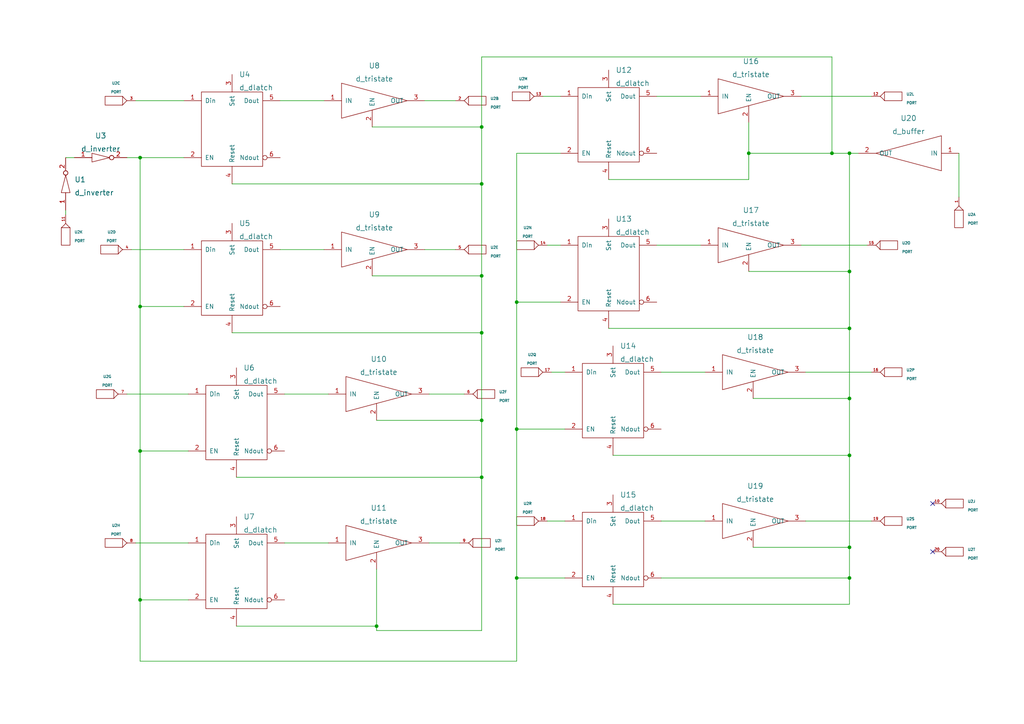
<source format=kicad_sch>
(kicad_sch (version 20211123) (generator eeschema)

  (uuid dc939a5e-bf87-4c06-b253-e17d335a5eac)

  (paper "A4")

  (lib_symbols
    (symbol "eSim_Digital:d_buffer" (pin_names (offset 1.016)) (in_bom yes) (on_board yes)
      (property "Reference" "U" (id 0) (at 0 -1.27 0)
        (effects (font (size 1.524 1.524)))
      )
      (property "Value" "d_buffer" (id 1) (at 0 1.27 0)
        (effects (font (size 1.524 1.524)))
      )
      (property "Footprint" "" (id 2) (at 0 0 0)
        (effects (font (size 1.524 1.524)))
      )
      (property "Datasheet" "" (id 3) (at 0 0 0)
        (effects (font (size 1.524 1.524)))
      )
      (symbol "d_buffer_0_1"
        (polyline
          (pts
            (xy -7.62 5.08)
            (xy -7.62 -5.08)
            (xy 11.43 0)
            (xy -7.62 5.08)
          )
          (stroke (width 0) (type default) (color 0 0 0 0))
          (fill (type none))
        )
      )
      (symbol "d_buffer_1_1"
        (pin input line (at -12.7 0 0) (length 5.08)
          (name "IN" (effects (font (size 1.27 1.27))))
          (number "1" (effects (font (size 1.27 1.27))))
        )
        (pin output line (at 16.51 0 180) (length 5.08)
          (name "OUT" (effects (font (size 1.27 1.27))))
          (number "2" (effects (font (size 1.27 1.27))))
        )
      )
    )
    (symbol "eSim_Digital:d_dlatch" (pin_names (offset 1.016)) (in_bom yes) (on_board yes)
      (property "Reference" "U" (id 0) (at 0 0 0)
        (effects (font (size 1.524 1.524)))
      )
      (property "Value" "d_dlatch" (id 1) (at 0 3.81 0)
        (effects (font (size 1.524 1.524)))
      )
      (property "Footprint" "" (id 2) (at 0 0 0)
        (effects (font (size 1.524 1.524)))
      )
      (property "Datasheet" "" (id 3) (at 0 0 0)
        (effects (font (size 1.524 1.524)))
      )
      (symbol "d_dlatch_0_1"
        (rectangle (start 8.89 11.43) (end -8.89 -10.16)
          (stroke (width 0) (type default) (color 0 0 0 0))
          (fill (type none))
        )
      )
      (symbol "d_dlatch_1_1"
        (pin input line (at -13.97 8.89 0) (length 5.08)
          (name "Din" (effects (font (size 1.27 1.27))))
          (number "1" (effects (font (size 1.27 1.27))))
        )
        (pin input line (at -13.97 -7.62 0) (length 5.08)
          (name "EN" (effects (font (size 1.27 1.27))))
          (number "2" (effects (font (size 1.27 1.27))))
        )
        (pin input line (at 0 16.51 270) (length 5.08)
          (name "Set" (effects (font (size 1.27 1.27))))
          (number "3" (effects (font (size 1.27 1.27))))
        )
        (pin input line (at 0 -15.24 90) (length 5.08)
          (name "Reset" (effects (font (size 1.27 1.27))))
          (number "4" (effects (font (size 1.27 1.27))))
        )
        (pin output line (at 13.97 8.89 180) (length 5.08)
          (name "Dout" (effects (font (size 1.27 1.27))))
          (number "5" (effects (font (size 1.27 1.27))))
        )
        (pin output inverted (at 13.97 -7.62 180) (length 5.08)
          (name "Ndout" (effects (font (size 1.27 1.27))))
          (number "6" (effects (font (size 1.27 1.27))))
        )
      )
    )
    (symbol "eSim_Digital:d_inverter" (pin_names (offset 1.016)) (in_bom yes) (on_board yes)
      (property "Reference" "U" (id 0) (at 0 -2.54 0)
        (effects (font (size 1.524 1.524)))
      )
      (property "Value" "d_inverter" (id 1) (at 0 3.81 0)
        (effects (font (size 1.524 1.524)))
      )
      (property "Footprint" "" (id 2) (at 1.27 -1.27 0)
        (effects (font (size 1.524 1.524)))
      )
      (property "Datasheet" "" (id 3) (at 1.27 -1.27 0)
        (effects (font (size 1.524 1.524)))
      )
      (symbol "d_inverter_0_1"
        (polyline
          (pts
            (xy -2.54 1.27)
            (xy -2.54 -1.27)
            (xy 2.54 0)
            (xy -2.54 1.27)
          )
          (stroke (width 0) (type default) (color 0 0 0 0))
          (fill (type none))
        )
      )
      (symbol "d_inverter_1_1"
        (pin input line (at -7.62 0 0) (length 5.08)
          (name "~" (effects (font (size 1.27 1.27))))
          (number "1" (effects (font (size 1.27 1.27))))
        )
        (pin output inverted (at 7.62 0 180) (length 5.08)
          (name "~" (effects (font (size 1.27 1.27))))
          (number "2" (effects (font (size 1.27 1.27))))
        )
      )
    )
    (symbol "eSim_Digital:d_tristate" (pin_names (offset 1.016)) (in_bom yes) (on_board yes)
      (property "Reference" "U" (id 0) (at -6.35 6.35 0)
        (effects (font (size 1.524 1.524)))
      )
      (property "Value" "d_tristate" (id 1) (at -5.08 11.43 0)
        (effects (font (size 1.524 1.524)))
      )
      (property "Footprint" "" (id 2) (at -2.54 8.89 0)
        (effects (font (size 1.524 1.524)))
      )
      (property "Datasheet" "" (id 3) (at -2.54 8.89 0)
        (effects (font (size 1.524 1.524)))
      )
      (symbol "d_tristate_0_1"
        (polyline
          (pts
            (xy -10.16 13.97)
            (xy -10.16 3.81)
            (xy 8.89 8.89)
            (xy -10.16 13.97)
          )
          (stroke (width 0) (type default) (color 0 0 0 0))
          (fill (type none))
        )
      )
      (symbol "d_tristate_1_1"
        (pin input line (at -15.24 8.89 0) (length 5.08)
          (name "IN" (effects (font (size 1.27 1.27))))
          (number "1" (effects (font (size 1.27 1.27))))
        )
        (pin input line (at -1.27 1.27 90) (length 4.9022)
          (name "EN" (effects (font (size 1.27 1.27))))
          (number "2" (effects (font (size 1.27 1.27))))
        )
        (pin output line (at 13.97 8.89 180) (length 5.08)
          (name "OUT" (effects (font (size 1.27 1.27))))
          (number "3" (effects (font (size 1.27 1.27))))
        )
      )
    )
    (symbol "eSim_Miscellaneous:PORT" (pin_names (offset 1.016)) (in_bom yes) (on_board yes)
      (property "Reference" "U" (id 0) (at 1.27 2.54 0)
        (effects (font (size 0.762 0.762)))
      )
      (property "Value" "PORT" (id 1) (at 0 0 0)
        (effects (font (size 0.762 0.762)))
      )
      (property "Footprint" "" (id 2) (at 0 0 0)
        (effects (font (size 1.524 1.524)))
      )
      (property "Datasheet" "" (id 3) (at 0 0 0)
        (effects (font (size 1.524 1.524)))
      )
      (symbol "PORT_0_1"
        (rectangle (start -2.54 1.27) (end 2.54 -1.27)
          (stroke (width 0) (type default) (color 0 0 0 0))
          (fill (type none))
        )
        (arc (start 2.54 1.27) (mid 3.1355 0.5955) (end 3.81 0)
          (stroke (width 0) (type default) (color 0 0 0 0))
          (fill (type none))
        )
        (arc (start 3.81 0) (mid 3.1447 -0.6046) (end 2.54 -1.27)
          (stroke (width 0) (type default) (color 0 0 0 0))
          (fill (type none))
        )
      )
      (symbol "PORT_1_1"
        (pin bidirectional line (at 6.35 0 180) (length 2.54)
          (name "~" (effects (font (size 0.762 0.762))))
          (number "1" (effects (font (size 0.762 0.762))))
        )
      )
      (symbol "PORT_2_1"
        (pin bidirectional line (at 6.35 0 180) (length 2.54)
          (name "~" (effects (font (size 0.762 0.762))))
          (number "2" (effects (font (size 0.762 0.762))))
        )
      )
      (symbol "PORT_3_1"
        (pin bidirectional line (at 6.35 0 180) (length 2.54)
          (name "~" (effects (font (size 0.762 0.762))))
          (number "3" (effects (font (size 0.762 0.762))))
        )
      )
      (symbol "PORT_4_1"
        (pin bidirectional line (at 6.35 0 180) (length 2.54)
          (name "~" (effects (font (size 0.762 0.762))))
          (number "4" (effects (font (size 0.762 0.762))))
        )
      )
      (symbol "PORT_5_1"
        (pin bidirectional line (at 6.35 0 180) (length 2.54)
          (name "~" (effects (font (size 0.762 0.762))))
          (number "5" (effects (font (size 0.762 0.762))))
        )
      )
      (symbol "PORT_6_1"
        (pin bidirectional line (at 6.35 0 180) (length 2.54)
          (name "~" (effects (font (size 0.762 0.762))))
          (number "6" (effects (font (size 0.762 0.762))))
        )
      )
      (symbol "PORT_7_1"
        (pin bidirectional line (at 6.35 0 180) (length 2.54)
          (name "~" (effects (font (size 0.762 0.762))))
          (number "7" (effects (font (size 0.762 0.762))))
        )
      )
      (symbol "PORT_8_1"
        (pin bidirectional line (at 6.35 0 180) (length 2.54)
          (name "~" (effects (font (size 0.762 0.762))))
          (number "8" (effects (font (size 0.762 0.762))))
        )
      )
      (symbol "PORT_9_1"
        (pin bidirectional line (at 6.35 0 180) (length 2.54)
          (name "~" (effects (font (size 0.762 0.762))))
          (number "9" (effects (font (size 0.762 0.762))))
        )
      )
      (symbol "PORT_10_1"
        (pin bidirectional line (at 6.35 0 180) (length 2.54)
          (name "~" (effects (font (size 0.762 0.762))))
          (number "10" (effects (font (size 0.762 0.762))))
        )
      )
      (symbol "PORT_11_1"
        (pin bidirectional line (at 6.35 0 180) (length 2.54)
          (name "~" (effects (font (size 0.762 0.762))))
          (number "11" (effects (font (size 0.762 0.762))))
        )
      )
      (symbol "PORT_12_1"
        (pin bidirectional line (at 6.35 0 180) (length 2.54)
          (name "~" (effects (font (size 0.762 0.762))))
          (number "12" (effects (font (size 0.762 0.762))))
        )
      )
      (symbol "PORT_13_1"
        (pin bidirectional line (at 6.35 0 180) (length 2.54)
          (name "~" (effects (font (size 0.762 0.762))))
          (number "13" (effects (font (size 0.762 0.762))))
        )
      )
      (symbol "PORT_14_1"
        (pin bidirectional line (at 6.35 0 180) (length 2.54)
          (name "~" (effects (font (size 0.762 0.762))))
          (number "14" (effects (font (size 0.762 0.762))))
        )
      )
      (symbol "PORT_15_1"
        (pin bidirectional line (at 6.35 0 180) (length 2.54)
          (name "~" (effects (font (size 0.762 0.762))))
          (number "15" (effects (font (size 0.762 0.762))))
        )
      )
      (symbol "PORT_16_1"
        (pin bidirectional line (at 6.35 0 180) (length 2.54)
          (name "~" (effects (font (size 0.762 0.762))))
          (number "16" (effects (font (size 0.762 0.762))))
        )
      )
      (symbol "PORT_17_1"
        (pin bidirectional line (at 6.35 0 180) (length 2.54)
          (name "~" (effects (font (size 0.762 0.762))))
          (number "17" (effects (font (size 0.762 0.762))))
        )
      )
      (symbol "PORT_18_1"
        (pin bidirectional line (at 6.35 0 180) (length 2.54)
          (name "~" (effects (font (size 0.762 0.762))))
          (number "18" (effects (font (size 0.762 0.762))))
        )
      )
      (symbol "PORT_19_1"
        (pin bidirectional line (at 6.35 0 180) (length 2.54)
          (name "~" (effects (font (size 0.762 0.762))))
          (number "19" (effects (font (size 0.762 0.762))))
        )
      )
      (symbol "PORT_20_1"
        (pin bidirectional line (at 6.35 0 180) (length 2.54)
          (name "~" (effects (font (size 0.762 0.762))))
          (number "20" (effects (font (size 0.762 0.762))))
        )
      )
      (symbol "PORT_21_1"
        (pin bidirectional line (at 6.35 0 180) (length 2.54)
          (name "~" (effects (font (size 0.762 0.762))))
          (number "21" (effects (font (size 0.762 0.762))))
        )
      )
      (symbol "PORT_22_1"
        (pin bidirectional line (at 6.35 0 180) (length 2.54)
          (name "~" (effects (font (size 0.762 0.762))))
          (number "22" (effects (font (size 0.762 0.762))))
        )
      )
      (symbol "PORT_23_1"
        (pin bidirectional line (at 6.35 0 180) (length 2.54)
          (name "~" (effects (font (size 0.762 0.762))))
          (number "23" (effects (font (size 0.762 0.762))))
        )
      )
      (symbol "PORT_24_1"
        (pin bidirectional line (at 6.35 0 180) (length 2.54)
          (name "~" (effects (font (size 0.762 0.762))))
          (number "24" (effects (font (size 0.762 0.762))))
        )
      )
      (symbol "PORT_25_1"
        (pin bidirectional line (at 6.35 0 180) (length 2.54)
          (name "~" (effects (font (size 0.762 0.762))))
          (number "25" (effects (font (size 0.762 0.762))))
        )
      )
      (symbol "PORT_26_1"
        (pin bidirectional line (at 6.35 0 180) (length 2.54)
          (name "~" (effects (font (size 0.762 0.762))))
          (number "26" (effects (font (size 0.762 0.762))))
        )
      )
    )
  )

  (junction (at 246.38 115.57) (diameter 0) (color 0 0 0 0)
    (uuid 05f76183-fc78-4ae3-82db-e38e695fe39f)
  )
  (junction (at 246.38 158.75) (diameter 0) (color 0 0 0 0)
    (uuid 1b589ca9-17a3-48b9-a423-cc22fdb16da9)
  )
  (junction (at 139.7 80.01) (diameter 0) (color 0 0 0 0)
    (uuid 258670c0-f425-449b-aa7d-fef3e678d4d0)
  )
  (junction (at 40.64 130.81) (diameter 0) (color 0 0 0 0)
    (uuid 264e28a2-ab30-4dbf-a4b0-888197b00045)
  )
  (junction (at 139.7 96.52) (diameter 0) (color 0 0 0 0)
    (uuid 38f9cfff-3564-44bb-bcf6-29c85ad34cb9)
  )
  (junction (at 246.38 132.08) (diameter 0) (color 0 0 0 0)
    (uuid 4c041555-30f9-4d12-956e-472259a5a188)
  )
  (junction (at 246.38 78.74) (diameter 0) (color 0 0 0 0)
    (uuid 4fb5570f-2b54-4a00-847a-6163b61e5415)
  )
  (junction (at 139.7 53.34) (diameter 0) (color 0 0 0 0)
    (uuid 58b5ae6a-6431-4e37-9e91-68d06aeb058c)
  )
  (junction (at 139.7 138.43) (diameter 0) (color 0 0 0 0)
    (uuid 5c94c14b-69e7-41d8-a070-ee1eb328cc32)
  )
  (junction (at 40.64 88.9) (diameter 0) (color 0 0 0 0)
    (uuid 7132451d-1b38-4ec9-97fe-a6cc00833d48)
  )
  (junction (at 241.3 44.45) (diameter 0) (color 0 0 0 0)
    (uuid 743fd2b6-57f3-4b86-86e8-6d2c6c5de8f6)
  )
  (junction (at 149.86 124.46) (diameter 0) (color 0 0 0 0)
    (uuid 7c7159b2-5e9e-426f-8f1e-817bc886e5fe)
  )
  (junction (at 40.64 173.99) (diameter 0) (color 0 0 0 0)
    (uuid 7d37bdff-7dc0-4a9d-bd56-4ca248ca1d06)
  )
  (junction (at 109.22 181.61) (diameter 0) (color 0 0 0 0)
    (uuid 87991196-70b3-4251-ba99-633fc54380ce)
  )
  (junction (at 246.38 44.45) (diameter 0) (color 0 0 0 0)
    (uuid 8ed28d77-fdbe-428a-97cc-cd19d55fe4e0)
  )
  (junction (at 149.86 87.63) (diameter 0) (color 0 0 0 0)
    (uuid 98594424-0170-49b2-a54d-20bce740f96c)
  )
  (junction (at 246.38 95.25) (diameter 0) (color 0 0 0 0)
    (uuid 9a5df8f9-dde1-44cc-8dda-3897bae8bfc2)
  )
  (junction (at 139.7 36.83) (diameter 0) (color 0 0 0 0)
    (uuid 9ad75d66-38e3-4d31-8d5f-bbade6d34363)
  )
  (junction (at 149.86 167.64) (diameter 0) (color 0 0 0 0)
    (uuid 9aebf849-dfd7-4c0b-8e9b-7d206dd13177)
  )
  (junction (at 139.7 121.92) (diameter 0) (color 0 0 0 0)
    (uuid db6990de-720f-4900-9c60-ef8ffd427c9e)
  )
  (junction (at 40.64 45.72) (diameter 0) (color 0 0 0 0)
    (uuid e725a60a-66a0-4d18-95bf-52e6c9e8c02b)
  )
  (junction (at 217.17 44.45) (diameter 0) (color 0 0 0 0)
    (uuid f67b5391-55d6-4f14-8ff0-d254b53811bf)
  )
  (junction (at 246.38 167.64) (diameter 0) (color 0 0 0 0)
    (uuid fce302cd-6d5c-4a9e-92c2-ac614888f87b)
  )

  (no_connect (at 270.51 160.02) (uuid 49a8cd71-d6b1-4fd7-ae04-d2bd6c2e0cf2))
  (no_connect (at 270.51 146.05) (uuid aa6d685d-ffd4-4ea2-96dd-034202cd3794))

  (wire (pts (xy 246.38 115.57) (xy 246.38 95.25))
    (stroke (width 0) (type default) (color 0 0 0 0))
    (uuid 045e3885-f622-4638-9c15-51364b508fde)
  )
  (wire (pts (xy 217.17 52.07) (xy 217.17 44.45))
    (stroke (width 0) (type default) (color 0 0 0 0))
    (uuid 0899a731-afb7-4494-9df3-6dff834e27e8)
  )
  (wire (pts (xy 176.53 95.25) (xy 246.38 95.25))
    (stroke (width 0) (type default) (color 0 0 0 0))
    (uuid 0969ccb8-6a00-42c4-aa3c-bea7e58033b7)
  )
  (wire (pts (xy 36.83 45.72) (xy 40.64 45.72))
    (stroke (width 0) (type default) (color 0 0 0 0))
    (uuid 0c665758-164b-4ad0-8466-3d429cb7afe3)
  )
  (wire (pts (xy 109.22 182.88) (xy 139.7 182.88))
    (stroke (width 0) (type default) (color 0 0 0 0))
    (uuid 14651606-4e05-41ce-9019-1cb5ff75913e)
  )
  (wire (pts (xy 39.37 157.48) (xy 54.61 157.48))
    (stroke (width 0) (type default) (color 0 0 0 0))
    (uuid 1512b92d-0238-4ef1-a449-cf618bfd4972)
  )
  (wire (pts (xy 68.58 138.43) (xy 139.7 138.43))
    (stroke (width 0) (type default) (color 0 0 0 0))
    (uuid 16197e8c-aebd-46e4-a4f9-bacda9e28e7e)
  )
  (wire (pts (xy 149.86 124.46) (xy 163.83 124.46))
    (stroke (width 0) (type default) (color 0 0 0 0))
    (uuid 1724ce1f-902c-41fa-a4b1-767b0558b33c)
  )
  (wire (pts (xy 232.41 71.12) (xy 251.46 71.12))
    (stroke (width 0) (type default) (color 0 0 0 0))
    (uuid 1776401b-3912-419c-9aa5-e66a87f3a1b1)
  )
  (wire (pts (xy 38.1 72.39) (xy 53.34 72.39))
    (stroke (width 0) (type default) (color 0 0 0 0))
    (uuid 18b0555b-33a6-4500-a5bb-61b02171847b)
  )
  (wire (pts (xy 139.7 53.34) (xy 139.7 36.83))
    (stroke (width 0) (type default) (color 0 0 0 0))
    (uuid 1ac8e357-cec2-49e2-9361-205ea456972b)
  )
  (wire (pts (xy 190.5 71.12) (xy 203.2 71.12))
    (stroke (width 0) (type default) (color 0 0 0 0))
    (uuid 2070970c-ba97-42f9-94df-6a11cd504741)
  )
  (wire (pts (xy 139.7 80.01) (xy 139.7 96.52))
    (stroke (width 0) (type default) (color 0 0 0 0))
    (uuid 224ba93a-d83e-44d4-9cb8-786c43015e76)
  )
  (wire (pts (xy 157.48 27.94) (xy 162.56 27.94))
    (stroke (width 0) (type default) (color 0 0 0 0))
    (uuid 2472c931-eda0-4a82-9456-0de09cfbe056)
  )
  (wire (pts (xy 246.38 132.08) (xy 246.38 115.57))
    (stroke (width 0) (type default) (color 0 0 0 0))
    (uuid 26e33708-0824-4bfa-9296-719c086690d2)
  )
  (wire (pts (xy 40.64 45.72) (xy 40.64 88.9))
    (stroke (width 0) (type default) (color 0 0 0 0))
    (uuid 28685201-7dc5-44ae-801d-b7733d23a033)
  )
  (wire (pts (xy 123.19 29.21) (xy 132.08 29.21))
    (stroke (width 0) (type default) (color 0 0 0 0))
    (uuid 29c0e95d-bacd-4ef8-ad95-49a3a6b136ee)
  )
  (wire (pts (xy 40.64 88.9) (xy 40.64 130.81))
    (stroke (width 0) (type default) (color 0 0 0 0))
    (uuid 2a136c23-fd8d-4783-bb5a-2ca6c47c1eb2)
  )
  (wire (pts (xy 19.05 60.96) (xy 19.05 62.23))
    (stroke (width 0) (type default) (color 0 0 0 0))
    (uuid 2a1a02a0-6d81-4f2f-9889-d3e6fa0d5225)
  )
  (wire (pts (xy 149.86 87.63) (xy 149.86 124.46))
    (stroke (width 0) (type default) (color 0 0 0 0))
    (uuid 37c935a1-453b-4b87-9fde-2b2677b22d8b)
  )
  (wire (pts (xy 149.86 191.77) (xy 40.64 191.77))
    (stroke (width 0) (type default) (color 0 0 0 0))
    (uuid 37ea3485-e579-4aee-9284-8d56c77095a6)
  )
  (wire (pts (xy 246.38 175.26) (xy 246.38 167.64))
    (stroke (width 0) (type default) (color 0 0 0 0))
    (uuid 41d9314a-9726-46c4-8731-f31af24d0add)
  )
  (wire (pts (xy 40.64 173.99) (xy 40.64 191.77))
    (stroke (width 0) (type default) (color 0 0 0 0))
    (uuid 4d275613-aaaa-47d1-8b52-12236ecc0e9b)
  )
  (wire (pts (xy 107.95 36.83) (xy 139.7 36.83))
    (stroke (width 0) (type default) (color 0 0 0 0))
    (uuid 4f6b8ae7-8095-4343-b844-57635d67bcae)
  )
  (wire (pts (xy 232.41 27.94) (xy 252.73 27.94))
    (stroke (width 0) (type default) (color 0 0 0 0))
    (uuid 500d45f5-0ec7-4072-a544-cbce0a34fdd0)
  )
  (wire (pts (xy 241.3 16.51) (xy 241.3 44.45))
    (stroke (width 0) (type default) (color 0 0 0 0))
    (uuid 55fd6522-2954-4c6e-b395-1c93005af3a1)
  )
  (wire (pts (xy 109.22 165.1) (xy 109.22 181.61))
    (stroke (width 0) (type default) (color 0 0 0 0))
    (uuid 5ab8e1bf-4805-4b50-984d-ab86f17503ab)
  )
  (wire (pts (xy 191.77 107.95) (xy 204.47 107.95))
    (stroke (width 0) (type default) (color 0 0 0 0))
    (uuid 5d1306bc-c16b-42e5-8506-9b5003a1f600)
  )
  (wire (pts (xy 233.68 151.13) (xy 252.73 151.13))
    (stroke (width 0) (type default) (color 0 0 0 0))
    (uuid 61d75d6d-08bf-40af-9164-651e9efe9c7b)
  )
  (wire (pts (xy 139.7 121.92) (xy 139.7 138.43))
    (stroke (width 0) (type default) (color 0 0 0 0))
    (uuid 6641a5f8-a997-441e-8d3d-d883a59defe1)
  )
  (wire (pts (xy 217.17 78.74) (xy 246.38 78.74))
    (stroke (width 0) (type default) (color 0 0 0 0))
    (uuid 66a328d4-046b-4a02-ad98-d2c6104ab8dc)
  )
  (wire (pts (xy 149.86 124.46) (xy 149.86 167.64))
    (stroke (width 0) (type default) (color 0 0 0 0))
    (uuid 677cbf46-7e29-4d0c-a7d8-d8e67255b693)
  )
  (wire (pts (xy 278.13 44.45) (xy 278.13 57.15))
    (stroke (width 0) (type default) (color 0 0 0 0))
    (uuid 679d028a-5dfb-40ee-8e3a-cf26a582d309)
  )
  (wire (pts (xy 82.55 114.3) (xy 95.25 114.3))
    (stroke (width 0) (type default) (color 0 0 0 0))
    (uuid 6ba9e4a4-80c7-4dd2-80c3-65a7ceb8fcb8)
  )
  (wire (pts (xy 191.77 167.64) (xy 246.38 167.64))
    (stroke (width 0) (type default) (color 0 0 0 0))
    (uuid 6db974e1-8d6c-494c-b834-ba0e79b055f9)
  )
  (wire (pts (xy 176.53 52.07) (xy 217.17 52.07))
    (stroke (width 0) (type default) (color 0 0 0 0))
    (uuid 6f143871-c09c-4d0f-9558-4d4d31e6abf5)
  )
  (wire (pts (xy 218.44 115.57) (xy 246.38 115.57))
    (stroke (width 0) (type default) (color 0 0 0 0))
    (uuid 72c82169-b193-4cd2-9198-c24a59282ae5)
  )
  (wire (pts (xy 217.17 44.45) (xy 217.17 35.56))
    (stroke (width 0) (type default) (color 0 0 0 0))
    (uuid 77dfa16c-7a63-4d80-9534-c341209aedb7)
  )
  (wire (pts (xy 68.58 181.61) (xy 109.22 181.61))
    (stroke (width 0) (type default) (color 0 0 0 0))
    (uuid 7826effd-a7d1-418e-8f69-90f03ec3f8d0)
  )
  (wire (pts (xy 177.8 132.08) (xy 246.38 132.08))
    (stroke (width 0) (type default) (color 0 0 0 0))
    (uuid 7c381ec1-ed5b-4da0-8bc5-04e288f559df)
  )
  (wire (pts (xy 36.83 114.3) (xy 54.61 114.3))
    (stroke (width 0) (type default) (color 0 0 0 0))
    (uuid 7fa69015-bcc3-466b-835d-738669713864)
  )
  (wire (pts (xy 139.7 36.83) (xy 139.7 16.51))
    (stroke (width 0) (type default) (color 0 0 0 0))
    (uuid 808346e7-a452-428e-a5a7-69f1096440b6)
  )
  (wire (pts (xy 139.7 96.52) (xy 139.7 121.92))
    (stroke (width 0) (type default) (color 0 0 0 0))
    (uuid 80bf5547-d2ac-4370-a71d-e2a9a5b54dae)
  )
  (wire (pts (xy 40.64 88.9) (xy 53.34 88.9))
    (stroke (width 0) (type default) (color 0 0 0 0))
    (uuid 8233795b-b0eb-4df8-a53c-8c3ada04d51e)
  )
  (wire (pts (xy 191.77 151.13) (xy 204.47 151.13))
    (stroke (width 0) (type default) (color 0 0 0 0))
    (uuid 83c41f50-9d3c-4e72-b22e-ac6d32fe4c8b)
  )
  (wire (pts (xy 162.56 44.45) (xy 149.86 44.45))
    (stroke (width 0) (type default) (color 0 0 0 0))
    (uuid 86a525c8-4584-4301-bcab-cc73058e3149)
  )
  (wire (pts (xy 160.02 107.95) (xy 163.83 107.95))
    (stroke (width 0) (type default) (color 0 0 0 0))
    (uuid 8722b417-3cc4-4329-9dec-54f764168ea2)
  )
  (wire (pts (xy 139.7 16.51) (xy 241.3 16.51))
    (stroke (width 0) (type default) (color 0 0 0 0))
    (uuid 8850cca9-9456-4577-af3a-77c05f88963d)
  )
  (wire (pts (xy 149.86 167.64) (xy 149.86 191.77))
    (stroke (width 0) (type default) (color 0 0 0 0))
    (uuid 8a845a5b-d169-492f-b2cd-78729212d265)
  )
  (wire (pts (xy 149.86 44.45) (xy 149.86 87.63))
    (stroke (width 0) (type default) (color 0 0 0 0))
    (uuid 8af15f72-aae3-4d1b-bbd9-d44bddf95f11)
  )
  (wire (pts (xy 241.3 44.45) (xy 217.17 44.45))
    (stroke (width 0) (type default) (color 0 0 0 0))
    (uuid 8be1997b-ef59-481b-a2eb-441dd43af4ae)
  )
  (wire (pts (xy 149.86 87.63) (xy 162.56 87.63))
    (stroke (width 0) (type default) (color 0 0 0 0))
    (uuid 8c375db8-0b3f-43fa-bb64-1a77a6be41c0)
  )
  (wire (pts (xy 40.64 173.99) (xy 54.61 173.99))
    (stroke (width 0) (type default) (color 0 0 0 0))
    (uuid 9125123c-b55a-4eba-977d-79f5797665fd)
  )
  (wire (pts (xy 158.75 151.13) (xy 163.83 151.13))
    (stroke (width 0) (type default) (color 0 0 0 0))
    (uuid 93edbacf-0c80-4b82-abc0-e5cf409859ea)
  )
  (wire (pts (xy 246.38 44.45) (xy 241.3 44.45))
    (stroke (width 0) (type default) (color 0 0 0 0))
    (uuid 9640d628-beb2-4d50-b273-1caef1faaa6b)
  )
  (wire (pts (xy 248.92 44.45) (xy 246.38 44.45))
    (stroke (width 0) (type default) (color 0 0 0 0))
    (uuid 9e5a07cb-d4e6-4721-8455-63abfbd7bfa9)
  )
  (wire (pts (xy 218.44 158.75) (xy 246.38 158.75))
    (stroke (width 0) (type default) (color 0 0 0 0))
    (uuid 9e8a4b8b-ca8b-406b-bfef-e2bfca992b62)
  )
  (wire (pts (xy 123.19 72.39) (xy 132.08 72.39))
    (stroke (width 0) (type default) (color 0 0 0 0))
    (uuid a19ebfa2-1a15-4f1e-a72d-de9a5a4c4ecd)
  )
  (wire (pts (xy 139.7 53.34) (xy 139.7 80.01))
    (stroke (width 0) (type default) (color 0 0 0 0))
    (uuid a3c386c9-e5a0-4a24-8362-c70e096b6493)
  )
  (wire (pts (xy 67.31 96.52) (xy 139.7 96.52))
    (stroke (width 0) (type default) (color 0 0 0 0))
    (uuid a56534cb-6eb4-4b6a-ab93-0726df3247da)
  )
  (wire (pts (xy 109.22 181.61) (xy 109.22 182.88))
    (stroke (width 0) (type default) (color 0 0 0 0))
    (uuid a698564c-7818-46df-bd0e-4bbd1d03caaf)
  )
  (wire (pts (xy 246.38 95.25) (xy 246.38 78.74))
    (stroke (width 0) (type default) (color 0 0 0 0))
    (uuid a9af50d5-3d41-42a2-af82-b0039c7c7328)
  )
  (wire (pts (xy 177.8 175.26) (xy 246.38 175.26))
    (stroke (width 0) (type default) (color 0 0 0 0))
    (uuid ab7c8876-b0a8-413b-8ac0-417d1bb92e6b)
  )
  (wire (pts (xy 81.28 72.39) (xy 93.98 72.39))
    (stroke (width 0) (type default) (color 0 0 0 0))
    (uuid ae1e24b6-b1d6-4b80-8077-fb41d1c87864)
  )
  (wire (pts (xy 149.86 167.64) (xy 163.83 167.64))
    (stroke (width 0) (type default) (color 0 0 0 0))
    (uuid afa84590-60d2-4bd3-a69d-f11f7e2d625f)
  )
  (wire (pts (xy 190.5 27.94) (xy 203.2 27.94))
    (stroke (width 0) (type default) (color 0 0 0 0))
    (uuid b4c29a05-930c-4e66-8d78-f574fb768b7e)
  )
  (wire (pts (xy 67.31 53.34) (xy 139.7 53.34))
    (stroke (width 0) (type default) (color 0 0 0 0))
    (uuid b4cb1039-7951-4671-ad68-e1419524fda2)
  )
  (wire (pts (xy 109.22 121.92) (xy 139.7 121.92))
    (stroke (width 0) (type default) (color 0 0 0 0))
    (uuid b98db16e-059a-47eb-bddf-3325668d7316)
  )
  (wire (pts (xy 246.38 167.64) (xy 246.38 158.75))
    (stroke (width 0) (type default) (color 0 0 0 0))
    (uuid bd360868-35fb-44be-878c-9b5021d90581)
  )
  (wire (pts (xy 158.75 71.12) (xy 162.56 71.12))
    (stroke (width 0) (type default) (color 0 0 0 0))
    (uuid be3060bc-c62e-470a-89d1-9fe36bdd1ffc)
  )
  (wire (pts (xy 139.7 138.43) (xy 139.7 182.88))
    (stroke (width 0) (type default) (color 0 0 0 0))
    (uuid c06058dd-d208-42a9-bf1d-9ab6de579a5a)
  )
  (wire (pts (xy 81.28 29.21) (xy 93.98 29.21))
    (stroke (width 0) (type default) (color 0 0 0 0))
    (uuid c6afd613-04ee-476b-8739-5554697d8b78)
  )
  (wire (pts (xy 39.37 29.21) (xy 53.34 29.21))
    (stroke (width 0) (type default) (color 0 0 0 0))
    (uuid c8dbd853-063e-4fbc-ba52-797f05194bb0)
  )
  (wire (pts (xy 40.64 130.81) (xy 40.64 173.99))
    (stroke (width 0) (type default) (color 0 0 0 0))
    (uuid c9ea239d-c760-4f92-87ae-3e8e7c65fdac)
  )
  (wire (pts (xy 19.05 45.72) (xy 21.59 45.72))
    (stroke (width 0) (type default) (color 0 0 0 0))
    (uuid cc49fd08-c476-47de-987d-fa0ed7c7eb79)
  )
  (wire (pts (xy 246.38 158.75) (xy 246.38 132.08))
    (stroke (width 0) (type default) (color 0 0 0 0))
    (uuid d5affb59-644c-4572-8d33-53d1bb12fc96)
  )
  (wire (pts (xy 246.38 78.74) (xy 246.38 44.45))
    (stroke (width 0) (type default) (color 0 0 0 0))
    (uuid dadccf8e-d5d1-4e1e-b7fb-2dcda6dd1cf5)
  )
  (wire (pts (xy 124.46 157.48) (xy 133.35 157.48))
    (stroke (width 0) (type default) (color 0 0 0 0))
    (uuid e1f3d56a-19a8-4764-a4e3-a1fa944df531)
  )
  (wire (pts (xy 124.46 114.3) (xy 134.62 114.3))
    (stroke (width 0) (type default) (color 0 0 0 0))
    (uuid e2d3bd14-83c1-47d8-b4cc-52b25da74dc8)
  )
  (wire (pts (xy 40.64 130.81) (xy 54.61 130.81))
    (stroke (width 0) (type default) (color 0 0 0 0))
    (uuid e8229a12-e2b5-40d9-96f8-ec27f8d6f470)
  )
  (wire (pts (xy 82.55 157.48) (xy 95.25 157.48))
    (stroke (width 0) (type default) (color 0 0 0 0))
    (uuid eb15494d-8b14-4fdc-bd15-a128e64de831)
  )
  (wire (pts (xy 233.68 107.95) (xy 252.73 107.95))
    (stroke (width 0) (type default) (color 0 0 0 0))
    (uuid ec0de1a9-711e-4bdc-a363-fd85de324d50)
  )
  (wire (pts (xy 40.64 45.72) (xy 53.34 45.72))
    (stroke (width 0) (type default) (color 0 0 0 0))
    (uuid ec175907-02bc-4a70-9b4b-a9aa6a0769fd)
  )
  (wire (pts (xy 107.95 80.01) (xy 139.7 80.01))
    (stroke (width 0) (type default) (color 0 0 0 0))
    (uuid fa0072b6-d13d-4995-b27c-1279af296a5d)
  )

  (symbol (lib_id "eSim_Miscellaneous:PORT") (at 152.4 71.12 0) (unit 14)
    (in_bom yes) (on_board yes) (fields_autoplaced)
    (uuid 06aa2918-fcff-4a8d-8d90-049a6ae6878a)
    (property "Reference" "U2" (id 0) (at 153.035 66.04 0)
      (effects (font (size 0.762 0.762)))
    )
    (property "Value" "PORT" (id 1) (at 153.035 68.58 0)
      (effects (font (size 0.762 0.762)))
    )
    (property "Footprint" "" (id 2) (at 152.4 71.12 0)
      (effects (font (size 1.524 1.524)))
    )
    (property "Datasheet" "" (id 3) (at 152.4 71.12 0)
      (effects (font (size 1.524 1.524)))
    )
    (pin "1" (uuid 9bdba06f-3848-46c5-9173-d4456cc8abf5))
    (pin "2" (uuid bf989d34-0c64-4491-b2f8-cf6f216e56ae))
    (pin "3" (uuid 716755db-1afd-43ee-a344-a605375816e9))
    (pin "4" (uuid 7342dc4c-bac6-4743-b043-35c3c4e7d725))
    (pin "5" (uuid a85f645e-6f13-4ea5-9fd8-e402134218b7))
    (pin "6" (uuid 46d6c878-2997-40c1-954c-6418a69cc790))
    (pin "7" (uuid 6d707b1f-75cd-48e1-88af-b0db5076b35b))
    (pin "8" (uuid 55ff471d-2987-4176-896d-41faa465aad5))
    (pin "9" (uuid ca484079-6b65-46a3-b377-621473b51171))
    (pin "10" (uuid 1413c4f0-8e65-4e6c-8907-d81df0e4f9c5))
    (pin "11" (uuid 1461ca8f-ef75-4942-bc93-c6b0f8dea60e))
    (pin "12" (uuid a974f8ed-757a-48e2-8a60-f224e62c0e8e))
    (pin "13" (uuid 3dac8b4b-d5a1-4e71-808d-7ec8008e6c44))
    (pin "14" (uuid c4d9e721-a0d1-4df1-a1b8-19e2d8af4c94))
    (pin "15" (uuid d7313d76-ad81-4f25-be9a-6b9e53892988))
    (pin "16" (uuid cf97dbfe-2bfc-4f35-9b9b-d3772d0aa604))
    (pin "17" (uuid 520dec66-7f40-4b52-9be2-c8814a28d07b))
    (pin "18" (uuid 6ee946cb-b9be-4e8a-a9e1-65d295d0593e))
    (pin "19" (uuid c26cf34c-e8bb-4372-8804-bb7fb156dc53))
    (pin "20" (uuid b0c80648-66c9-41f0-b39b-c4fdd652c945))
    (pin "21" (uuid 690559d8-e2f0-4578-91ba-0321a3519f83))
    (pin "22" (uuid bb8ca109-3edb-4f3b-8478-41c97c8b703a))
    (pin "23" (uuid 7c6a78e1-2620-4a00-a247-3b5bd9c57ba9))
    (pin "24" (uuid bdcd5a82-dcf2-4cd7-8c06-e75d9c93df4d))
    (pin "25" (uuid 77486e6a-fb00-4553-8b0e-a349e955373f))
    (pin "26" (uuid 96797509-e07a-4784-b801-cbfff91a4c68))
  )

  (symbol (lib_id "eSim_Digital:d_dlatch") (at 67.31 81.28 0) (unit 1)
    (in_bom yes) (on_board yes) (fields_autoplaced)
    (uuid 06d55f8c-26ea-4dc3-8624-47bec047421e)
    (property "Reference" "U5" (id 0) (at 69.3294 64.77 0)
      (effects (font (size 1.524 1.524)) (justify left))
    )
    (property "Value" "d_dlatch" (id 1) (at 69.3294 68.58 0)
      (effects (font (size 1.524 1.524)) (justify left))
    )
    (property "Footprint" "" (id 2) (at 67.31 81.28 0)
      (effects (font (size 1.524 1.524)))
    )
    (property "Datasheet" "" (id 3) (at 67.31 81.28 0)
      (effects (font (size 1.524 1.524)))
    )
    (pin "1" (uuid 9283084f-f92c-40e0-b764-00cf718f84ff))
    (pin "2" (uuid 2ac0a340-1e77-49b9-a093-dc9996bfc2cd))
    (pin "3" (uuid 8a54483f-d258-42b2-83eb-2f99d01e166a))
    (pin "4" (uuid 1d0b8028-48a5-4458-8c6f-05364c2590dc))
    (pin "5" (uuid 96f08c6e-4d26-4ba0-951e-df330abe15f4))
    (pin "6" (uuid 4ec5bb46-812f-4eb3-a741-74b2119300d7))
  )

  (symbol (lib_id "eSim_Digital:d_tristate") (at 109.22 81.28 0) (unit 1)
    (in_bom yes) (on_board yes) (fields_autoplaced)
    (uuid 25f559ac-5a4e-43a5-b9c4-8badfc090dba)
    (property "Reference" "U9" (id 0) (at 108.585 62.23 0)
      (effects (font (size 1.524 1.524)))
    )
    (property "Value" "d_tristate" (id 1) (at 108.585 66.04 0)
      (effects (font (size 1.524 1.524)))
    )
    (property "Footprint" "" (id 2) (at 106.68 72.39 0)
      (effects (font (size 1.524 1.524)))
    )
    (property "Datasheet" "" (id 3) (at 106.68 72.39 0)
      (effects (font (size 1.524 1.524)))
    )
    (pin "1" (uuid d230eb65-300a-4661-9867-409d26364e45))
    (pin "2" (uuid 94ae88c2-9d28-48b7-aa43-782cf7f0c4e8))
    (pin "3" (uuid 26e50ea5-efc9-45b1-89d7-dbd3d85ed7e3))
  )

  (symbol (lib_id "eSim_Digital:d_dlatch") (at 176.53 80.01 0) (unit 1)
    (in_bom yes) (on_board yes) (fields_autoplaced)
    (uuid 2fadd065-022c-4b64-8c48-47a0fce2e9db)
    (property "Reference" "U13" (id 0) (at 178.5494 63.5 0)
      (effects (font (size 1.524 1.524)) (justify left))
    )
    (property "Value" "d_dlatch" (id 1) (at 178.5494 67.31 0)
      (effects (font (size 1.524 1.524)) (justify left))
    )
    (property "Footprint" "" (id 2) (at 176.53 80.01 0)
      (effects (font (size 1.524 1.524)))
    )
    (property "Datasheet" "" (id 3) (at 176.53 80.01 0)
      (effects (font (size 1.524 1.524)))
    )
    (pin "1" (uuid 4f521dbe-5bd4-4971-a1f4-b680cad1d892))
    (pin "2" (uuid 0a8e8d77-76f5-48f1-b8c7-1d4807d91197))
    (pin "3" (uuid 16127449-7701-49b2-8fb9-19ccad1cdd94))
    (pin "4" (uuid 5c2df0a9-72e7-4ab7-9c92-8e4908a00e43))
    (pin "5" (uuid 084aba94-f0e6-4d46-a73b-ceeaf8e0a5bd))
    (pin "6" (uuid f2553902-e2b3-4398-9825-d50d9038a2c7))
  )

  (symbol (lib_id "eSim_Digital:d_tristate") (at 218.44 36.83 0) (unit 1)
    (in_bom yes) (on_board yes) (fields_autoplaced)
    (uuid 3ca552cc-3a22-4a6a-b024-caa409789854)
    (property "Reference" "U16" (id 0) (at 217.805 17.78 0)
      (effects (font (size 1.524 1.524)))
    )
    (property "Value" "d_tristate" (id 1) (at 217.805 21.59 0)
      (effects (font (size 1.524 1.524)))
    )
    (property "Footprint" "" (id 2) (at 215.9 27.94 0)
      (effects (font (size 1.524 1.524)))
    )
    (property "Datasheet" "" (id 3) (at 215.9 27.94 0)
      (effects (font (size 1.524 1.524)))
    )
    (pin "1" (uuid 1d291260-a62d-4cd6-b08c-8fd7705f42be))
    (pin "2" (uuid 882d8023-d9f3-4b83-84ff-7778d2597168))
    (pin "3" (uuid a05c405d-bf5c-422d-9ef1-fc5a00653f9d))
  )

  (symbol (lib_id "eSim_Miscellaneous:PORT") (at 259.08 27.94 180) (unit 12)
    (in_bom yes) (on_board yes) (fields_autoplaced)
    (uuid 425c910f-698b-4d55-8b68-2d5f6a954b5a)
    (property "Reference" "U2" (id 0) (at 262.89 27.305 0)
      (effects (font (size 0.762 0.762)) (justify right))
    )
    (property "Value" "PORT" (id 1) (at 262.89 29.845 0)
      (effects (font (size 0.762 0.762)) (justify right))
    )
    (property "Footprint" "" (id 2) (at 259.08 27.94 0)
      (effects (font (size 1.524 1.524)))
    )
    (property "Datasheet" "" (id 3) (at 259.08 27.94 0)
      (effects (font (size 1.524 1.524)))
    )
    (pin "1" (uuid 38b7cb80-08d1-4c5f-8c2e-ea74dda93bbf))
    (pin "2" (uuid c04b7340-277a-4d7a-a043-e8b5f3a8e71c))
    (pin "3" (uuid 7cecfe32-0fb5-47b5-905e-2e3b69a1c8f8))
    (pin "4" (uuid 6aa3b2d7-0b73-490d-a20a-fd3961f7f686))
    (pin "5" (uuid 84262c5e-5408-4416-bbcf-7e48a9af1dc1))
    (pin "6" (uuid 6663f9e2-15fc-4034-9b1e-af8183e31dce))
    (pin "7" (uuid e4edb656-d173-4513-ba0f-1fa82af3f52b))
    (pin "8" (uuid b51ada3a-56e5-489e-a658-d12e79907400))
    (pin "9" (uuid 9302b9ff-3580-434f-8667-97517d2ee188))
    (pin "10" (uuid fce7b5ec-0229-4f33-9035-332e47166e22))
    (pin "11" (uuid 4c566a53-46fa-4a5c-93ed-387bcd08074f))
    (pin "12" (uuid 28a9f07e-ef04-4469-add6-8fdc7a474be2))
    (pin "13" (uuid 97cfd3e2-8d0b-4d1b-8343-8020c4b1447b))
    (pin "14" (uuid 4d57044d-dd54-43ad-9c63-c73e6f1181f3))
    (pin "15" (uuid 46c57152-b45a-44e3-9772-58877ee5b283))
    (pin "16" (uuid 8fba7098-b98c-440a-a2aa-0cb58f05f951))
    (pin "17" (uuid 4b9ca7a3-6a42-4a7e-a012-298e500c40b5))
    (pin "18" (uuid da614cdf-f842-4c8b-bccb-6373f615e992))
    (pin "19" (uuid 110b6975-1bf4-435b-a424-babf78704aac))
    (pin "20" (uuid 5c3287ad-a76f-4148-b781-55ae92e5f5e7))
    (pin "21" (uuid 0707d148-d6c6-4d3d-abbd-9299563a37ee))
    (pin "22" (uuid 69864196-a633-49c0-999f-70dea4258044))
    (pin "23" (uuid 579749b9-12b7-47ce-93e6-22f9f686f5f4))
    (pin "24" (uuid efa8fd33-bf8e-4048-b938-2428ee2671f3))
    (pin "25" (uuid 524408e4-8de7-42e8-a4cd-645001d77586))
    (pin "26" (uuid 7ebcb87e-ddbd-4186-91c2-b507c8889fe5))
  )

  (symbol (lib_id "eSim_Digital:d_tristate") (at 218.44 80.01 0) (unit 1)
    (in_bom yes) (on_board yes) (fields_autoplaced)
    (uuid 44a989b2-b9ae-4980-aba7-dc37ff5fe842)
    (property "Reference" "U17" (id 0) (at 217.805 60.96 0)
      (effects (font (size 1.524 1.524)))
    )
    (property "Value" "d_tristate" (id 1) (at 217.805 64.77 0)
      (effects (font (size 1.524 1.524)))
    )
    (property "Footprint" "" (id 2) (at 215.9 71.12 0)
      (effects (font (size 1.524 1.524)))
    )
    (property "Datasheet" "" (id 3) (at 215.9 71.12 0)
      (effects (font (size 1.524 1.524)))
    )
    (pin "1" (uuid 6863cc77-bfda-48f1-99d9-ee281649df55))
    (pin "2" (uuid daf67ebd-7024-4fbb-af76-8339b4ee9e81))
    (pin "3" (uuid 7ba1cf58-07b0-409c-bee5-f74ee4b2294a))
  )

  (symbol (lib_id "eSim_Miscellaneous:PORT") (at 140.97 114.3 180) (unit 6)
    (in_bom yes) (on_board yes) (fields_autoplaced)
    (uuid 4595c882-90f1-48b6-b621-596adcc96622)
    (property "Reference" "U2" (id 0) (at 144.78 113.665 0)
      (effects (font (size 0.762 0.762)) (justify right))
    )
    (property "Value" "PORT" (id 1) (at 144.78 116.205 0)
      (effects (font (size 0.762 0.762)) (justify right))
    )
    (property "Footprint" "" (id 2) (at 140.97 114.3 0)
      (effects (font (size 1.524 1.524)))
    )
    (property "Datasheet" "" (id 3) (at 140.97 114.3 0)
      (effects (font (size 1.524 1.524)))
    )
    (pin "1" (uuid 27aced97-d952-46a4-bea2-8d06e4970bf8))
    (pin "2" (uuid 5dd805f0-113d-499d-9482-21faba170249))
    (pin "3" (uuid 46b0b725-bc76-4e85-94d0-b67423aa0241))
    (pin "4" (uuid 31d7efb8-aee8-4a92-89ef-71cfaeaacf8f))
    (pin "5" (uuid b812ffef-88f7-47a1-a405-724c0b907319))
    (pin "6" (uuid f90853ac-3c21-47b7-9688-2a96e3d554e0))
    (pin "7" (uuid 7d6218fc-6caa-4517-8653-2ef068a77336))
    (pin "8" (uuid 74cd7b4b-a57f-47df-b5cc-3f975c4f4d9c))
    (pin "9" (uuid 8c800d9e-97ce-41d6-8514-47e4629b8957))
    (pin "10" (uuid c412f219-c91c-4afb-b94d-da22b93ef0e6))
    (pin "11" (uuid 8f5c71e1-cc8c-4ed8-9e6f-9b15ebc55bac))
    (pin "12" (uuid 6fca770b-498f-4bcd-a253-40e0dc569026))
    (pin "13" (uuid dd217937-e1e3-47ac-a142-39805657fd57))
    (pin "14" (uuid 12a1299a-0ff4-49fb-bf33-98751798a0b8))
    (pin "15" (uuid 1aa5f1ef-2fec-4432-a25b-6464452749da))
    (pin "16" (uuid 13468415-9d62-4bb4-b199-137124ab9673))
    (pin "17" (uuid 49488743-2de3-4fe7-9a08-06291a61fd91))
    (pin "18" (uuid 9eb5cfda-170a-47d5-92d0-61110f6f8467))
    (pin "19" (uuid 64846e7b-fcf7-4590-b904-37fcac0bc31e))
    (pin "20" (uuid 83a235df-170e-4074-96f0-b95c17131bc2))
    (pin "21" (uuid 88a99bef-7296-4dda-9707-001f81247cde))
    (pin "22" (uuid 5861a72f-7ec4-47ce-acf9-d0dc4eaa28e1))
    (pin "23" (uuid 7dc3b5ff-8e0c-4bd8-8857-d056d1fde436))
    (pin "24" (uuid b90dd1ec-cf84-4aca-91c7-c57b7a0073d5))
    (pin "25" (uuid fc2564c7-8e56-4028-aa88-524d16f79f49))
    (pin "26" (uuid 2f230aed-1e12-4e7e-a0d6-d3a9964ffc48))
  )

  (symbol (lib_id "eSim_Miscellaneous:PORT") (at 138.43 29.21 180) (unit 2)
    (in_bom yes) (on_board yes) (fields_autoplaced)
    (uuid 578894af-9790-45e1-a57f-cfcb1edddd60)
    (property "Reference" "U2" (id 0) (at 142.24 28.575 0)
      (effects (font (size 0.762 0.762)) (justify right))
    )
    (property "Value" "PORT" (id 1) (at 142.24 31.115 0)
      (effects (font (size 0.762 0.762)) (justify right))
    )
    (property "Footprint" "" (id 2) (at 138.43 29.21 0)
      (effects (font (size 1.524 1.524)))
    )
    (property "Datasheet" "" (id 3) (at 138.43 29.21 0)
      (effects (font (size 1.524 1.524)))
    )
    (pin "1" (uuid 31d0a08b-0a98-4444-af93-5f93d81f7733))
    (pin "2" (uuid 2a30e5ae-f95c-470d-9db3-ea858aaa6629))
    (pin "3" (uuid 18399f12-b5af-49f8-9565-61b61c613444))
    (pin "4" (uuid 41f9268c-c09b-41d2-832a-6cbf678bc88b))
    (pin "5" (uuid 0cde5f78-9170-4a47-9e7e-fd0d32cbd114))
    (pin "6" (uuid dc9a3a6f-e67d-43d3-921a-d65de8334ff9))
    (pin "7" (uuid b3d57a2e-6248-413f-8d64-bf25ecb844ee))
    (pin "8" (uuid 22a84766-a05c-4500-a07c-7423283f81c9))
    (pin "9" (uuid 4ad09388-e274-40fd-9cce-2327fbd3567b))
    (pin "10" (uuid 05c23e74-4184-4fac-909a-df8f2843c925))
    (pin "11" (uuid edfaee44-f740-436f-b1c4-b2f70288d232))
    (pin "12" (uuid 657c741b-305d-4104-94be-15997c250203))
    (pin "13" (uuid 4fc06bcd-755f-4778-ba3b-a21087368a5e))
    (pin "14" (uuid 75cbe693-8764-4de0-9512-c8e29e37b95f))
    (pin "15" (uuid bdb820ba-b365-4f12-9c52-cd0cbf042201))
    (pin "16" (uuid d5c34428-b3a1-48d6-b1f8-db9674996d43))
    (pin "17" (uuid 4fe1db4c-b506-4ea0-94ab-4242cf75ab58))
    (pin "18" (uuid 73599140-58b4-4585-a606-77fe7cdcdd8e))
    (pin "19" (uuid 734b7271-fb62-4a80-b977-745a7d5f6aa7))
    (pin "20" (uuid 9993707e-fbc9-4ff1-987d-cd14363595e0))
    (pin "21" (uuid 87af64d4-7b1c-44de-9d5c-c0d5e464fb89))
    (pin "22" (uuid 3db6044f-637d-4259-bab3-88fe94ea7b70))
    (pin "23" (uuid f1d4e26c-43ee-4e86-b501-3741669a4525))
    (pin "24" (uuid ecc992f1-89c5-445b-9657-657e1204f678))
    (pin "25" (uuid 71653755-afd7-4ee9-a26e-d431ad2330e2))
    (pin "26" (uuid 8e512b30-5bbb-4fcc-823e-08c41f409d65))
  )

  (symbol (lib_id "eSim_Miscellaneous:PORT") (at 257.81 71.12 180) (unit 15)
    (in_bom yes) (on_board yes) (fields_autoplaced)
    (uuid 57ff722e-6726-45df-9c8e-15409bd9ff1d)
    (property "Reference" "U2" (id 0) (at 261.62 70.485 0)
      (effects (font (size 0.762 0.762)) (justify right))
    )
    (property "Value" "PORT" (id 1) (at 261.62 73.025 0)
      (effects (font (size 0.762 0.762)) (justify right))
    )
    (property "Footprint" "" (id 2) (at 257.81 71.12 0)
      (effects (font (size 1.524 1.524)))
    )
    (property "Datasheet" "" (id 3) (at 257.81 71.12 0)
      (effects (font (size 1.524 1.524)))
    )
    (pin "1" (uuid 0f1d32cf-09c9-4f20-bfe9-ea243c184006))
    (pin "2" (uuid 5badfb16-5484-4c7b-ba6a-bdaba8382845))
    (pin "3" (uuid f0e9ad4e-469f-4de0-95d1-3c0c745e1c9e))
    (pin "4" (uuid b7db3594-3ea9-40e3-92dc-476c57d40140))
    (pin "5" (uuid e27ab784-76de-409d-8c31-54ce7826a8ce))
    (pin "6" (uuid d88c7197-2dff-4e5e-baf9-13e9e0f54ab9))
    (pin "7" (uuid e09370fa-0413-4585-b2fe-4977feef196c))
    (pin "8" (uuid daa42798-c94e-4e2c-991b-5c23ed257fd2))
    (pin "9" (uuid 5ef22e3a-de06-4903-86ba-93a5163619db))
    (pin "10" (uuid 10dce681-2752-4632-bce0-16fbcfdb7234))
    (pin "11" (uuid bd2b0dea-66f2-468f-ac0e-e066d32a3088))
    (pin "12" (uuid f9c5933a-b76f-4b26-a5aa-affed9d14554))
    (pin "13" (uuid 846c3f11-fdb0-4ca1-afe1-e505532279c5))
    (pin "14" (uuid 80b2e444-a870-4350-afcd-1c25e5b9cec9))
    (pin "15" (uuid 72a2834a-80c0-4e94-9fb1-54e937d05979))
    (pin "16" (uuid 4a3dbeab-992a-4e29-9bb2-319c8e3eb9b7))
    (pin "17" (uuid 6c3753ac-7747-41e3-ba37-4bcd3c0b4c73))
    (pin "18" (uuid d5c8d102-c5c2-423a-84b4-5f5c62c45078))
    (pin "19" (uuid 55de95de-66ec-4f8a-a47d-cba6a004d0c0))
    (pin "20" (uuid e4bde68d-2310-42e0-bbf1-3841630c848e))
    (pin "21" (uuid 9c4afd31-ca07-4b93-94b8-d73889165bc3))
    (pin "22" (uuid f6e3d437-b7d1-4380-9efe-30f4016cbd0d))
    (pin "23" (uuid 7a83a06a-7426-4a2b-a3a0-a8b9d6753bff))
    (pin "24" (uuid 1678c9f7-b5f2-493d-8f41-8c28f338b5a8))
    (pin "25" (uuid 2f2fd135-4927-45a2-a120-2428c6bd73b2))
    (pin "26" (uuid fe1fd4e1-6121-4cbe-9307-daf78fd9051f))
  )

  (symbol (lib_id "eSim_Digital:d_tristate") (at 109.22 38.1 0) (unit 1)
    (in_bom yes) (on_board yes) (fields_autoplaced)
    (uuid 59e0951a-fbb1-446f-a960-d34097dab37a)
    (property "Reference" "U8" (id 0) (at 108.585 19.05 0)
      (effects (font (size 1.524 1.524)))
    )
    (property "Value" "d_tristate" (id 1) (at 108.585 22.86 0)
      (effects (font (size 1.524 1.524)))
    )
    (property "Footprint" "" (id 2) (at 106.68 29.21 0)
      (effects (font (size 1.524 1.524)))
    )
    (property "Datasheet" "" (id 3) (at 106.68 29.21 0)
      (effects (font (size 1.524 1.524)))
    )
    (pin "1" (uuid 9affd980-06d4-41a6-8822-0361a6c8aed2))
    (pin "2" (uuid 446d91c6-7737-4ad2-afd5-1c07d4859998))
    (pin "3" (uuid a3ed4f0f-93c1-4ee6-8a03-2d1b32fce8db))
  )

  (symbol (lib_id "eSim_Digital:d_dlatch") (at 67.31 38.1 0) (unit 1)
    (in_bom yes) (on_board yes) (fields_autoplaced)
    (uuid 5e831cf0-1474-4dc4-9759-fd41c2fcefa7)
    (property "Reference" "U4" (id 0) (at 69.3294 21.59 0)
      (effects (font (size 1.524 1.524)) (justify left))
    )
    (property "Value" "d_dlatch" (id 1) (at 69.3294 25.4 0)
      (effects (font (size 1.524 1.524)) (justify left))
    )
    (property "Footprint" "" (id 2) (at 67.31 38.1 0)
      (effects (font (size 1.524 1.524)))
    )
    (property "Datasheet" "" (id 3) (at 67.31 38.1 0)
      (effects (font (size 1.524 1.524)))
    )
    (pin "1" (uuid b4f79cfb-adf8-43af-8959-a14d17502395))
    (pin "2" (uuid 3574298f-2796-4d2a-b1be-a02c42a4355e))
    (pin "3" (uuid eba43d0d-eee5-49f8-9884-26f897ca56a4))
    (pin "4" (uuid cce9c19c-148d-486c-8d76-6d3a62dccc32))
    (pin "5" (uuid 5008fc9b-432f-4de4-82e6-a8a843057cc1))
    (pin "6" (uuid 1fcc7e3e-b643-45af-8bfc-852fcd72dd96))
  )

  (symbol (lib_id "eSim_Miscellaneous:PORT") (at 276.86 146.05 180) (unit 10)
    (in_bom yes) (on_board yes) (fields_autoplaced)
    (uuid 5f010836-9134-4a2a-9db3-0bae1c6fdb88)
    (property "Reference" "U2" (id 0) (at 280.67 145.415 0)
      (effects (font (size 0.762 0.762)) (justify right))
    )
    (property "Value" "PORT" (id 1) (at 280.67 147.955 0)
      (effects (font (size 0.762 0.762)) (justify right))
    )
    (property "Footprint" "" (id 2) (at 276.86 146.05 0)
      (effects (font (size 1.524 1.524)))
    )
    (property "Datasheet" "" (id 3) (at 276.86 146.05 0)
      (effects (font (size 1.524 1.524)))
    )
    (pin "1" (uuid 9eb71a5c-cd8d-4a2a-9f4b-da315f395377))
    (pin "2" (uuid 9ce52e93-bd1a-496e-ac69-c17c1379ac7a))
    (pin "3" (uuid 4df8f52d-065c-4559-b4a6-72bf4a6e1880))
    (pin "4" (uuid f3ffa85f-de91-4066-9aba-3b82d45604c6))
    (pin "5" (uuid 0b3d97cc-cdc6-4f4b-920d-aa221424a404))
    (pin "6" (uuid 9b3bc30c-b835-4e78-9598-d8ce7dbd3b43))
    (pin "7" (uuid a646f748-30fb-4489-ac46-9ff6d5d1ddb7))
    (pin "8" (uuid b7cd535a-5b3f-4679-a04b-f6e496888f2a))
    (pin "9" (uuid 9f2e0db7-1243-430b-b182-cc271c40699a))
    (pin "10" (uuid 73ca6110-2d3d-4cf5-b62c-76be887353fc))
    (pin "11" (uuid 91298847-2f38-4513-a9a2-15703d567a98))
    (pin "12" (uuid a9f64442-cf91-4cbb-a473-25986fcb3039))
    (pin "13" (uuid e53d37c2-6b18-45c0-9f1c-64a3b41c907d))
    (pin "14" (uuid 94882286-618d-40dd-b505-0e5cf8b1cf2b))
    (pin "15" (uuid 3a230e9d-1672-4fed-afb4-dd19aa5f0dbe))
    (pin "16" (uuid fd561cf8-4bbc-4b36-9841-c83aa8604477))
    (pin "17" (uuid 76118fde-11a8-4831-884c-b7a3aa279d3d))
    (pin "18" (uuid f9bd5d53-3787-4c78-af24-1b0eec02ff50))
    (pin "19" (uuid c6a2d3ec-901e-4434-9750-ffed009ef56b))
    (pin "20" (uuid d678a178-d0d7-4da8-aa7a-33573e00bad1))
    (pin "21" (uuid 1edbdfac-5e80-4da0-9186-297f058f7212))
    (pin "22" (uuid 237ec363-ef07-4f82-a365-d3de22884fb3))
    (pin "23" (uuid a12f9f9c-3386-4e07-9630-d3c010a8a57f))
    (pin "24" (uuid 691143e3-6e3e-41b6-88e0-654ab0e15e9e))
    (pin "25" (uuid ee0fd6f1-b5dd-4065-b50a-8625fbd8c2d9))
    (pin "26" (uuid a87f8bb9-fc5f-4b28-99dc-bb083c768e82))
  )

  (symbol (lib_id "eSim_Digital:d_buffer") (at 265.43 44.45 180) (unit 1)
    (in_bom yes) (on_board yes) (fields_autoplaced)
    (uuid 612cdc42-2b02-4892-a55e-5bb6cb9507a4)
    (property "Reference" "U20" (id 0) (at 263.525 34.29 0)
      (effects (font (size 1.524 1.524)))
    )
    (property "Value" "d_buffer" (id 1) (at 263.525 38.1 0)
      (effects (font (size 1.524 1.524)))
    )
    (property "Footprint" "" (id 2) (at 265.43 44.45 0)
      (effects (font (size 1.524 1.524)))
    )
    (property "Datasheet" "" (id 3) (at 265.43 44.45 0)
      (effects (font (size 1.524 1.524)))
    )
    (pin "1" (uuid 8c00a1d0-486e-448d-b265-4f16da4260fd))
    (pin "2" (uuid f72d2778-5080-409d-b2da-23d2643f808c))
  )

  (symbol (lib_id "eSim_Miscellaneous:PORT") (at 153.67 107.95 0) (unit 17)
    (in_bom yes) (on_board yes) (fields_autoplaced)
    (uuid 64d5b026-463c-49bc-9af8-f6d081440335)
    (property "Reference" "U2" (id 0) (at 154.305 102.87 0)
      (effects (font (size 0.762 0.762)))
    )
    (property "Value" "PORT" (id 1) (at 154.305 105.41 0)
      (effects (font (size 0.762 0.762)))
    )
    (property "Footprint" "" (id 2) (at 153.67 107.95 0)
      (effects (font (size 1.524 1.524)))
    )
    (property "Datasheet" "" (id 3) (at 153.67 107.95 0)
      (effects (font (size 1.524 1.524)))
    )
    (pin "1" (uuid beff1beb-3583-4593-8aa6-d5b62d43dc77))
    (pin "2" (uuid 6b8d8f02-6007-42da-89ac-f74654c1c34d))
    (pin "3" (uuid 73e67efb-8f17-49d1-a1eb-07fba94a7250))
    (pin "4" (uuid 3182d728-e31e-4288-b9d6-720c476e05df))
    (pin "5" (uuid f2760d4c-d63a-4c3a-9b4a-4a9f9cc513fd))
    (pin "6" (uuid fc21ff88-177d-4592-a038-7194581df63b))
    (pin "7" (uuid 63605942-3dce-45ae-b4bb-2bf3405ac794))
    (pin "8" (uuid b8f9635e-b7ae-485a-a529-746b5d9da3f0))
    (pin "9" (uuid 313774fc-4a68-4a68-ab3e-07e0b6a8eb1c))
    (pin "10" (uuid bd5a14f0-6a59-4ca6-ba1a-0de102f20e5b))
    (pin "11" (uuid 6e5d304b-1b3a-4c28-9fed-cf3206dde48f))
    (pin "12" (uuid 9596b3d6-4649-4d1b-bccc-07a0e65666da))
    (pin "13" (uuid f4c2af28-eb1a-4f77-9cf4-ce9715211bb6))
    (pin "14" (uuid 5e8f674b-0327-4c17-9c0c-886f80c78fe0))
    (pin "15" (uuid 0d85497b-c5e3-421b-8159-f1286f28e8f7))
    (pin "16" (uuid 7097da62-1472-4ca3-bac4-61ec52b81691))
    (pin "17" (uuid 382e4ca3-8b2d-46a0-a3d9-f2eeb21ff6d5))
    (pin "18" (uuid fa101be4-9372-4d55-aa86-b9ce1c200b72))
    (pin "19" (uuid 7d3375e6-072b-4a85-892e-2b6e49d7bd62))
    (pin "20" (uuid 82743b8e-c6b3-413c-8fc8-bc57afda20b1))
    (pin "21" (uuid f7b36ca3-89e9-4a5d-a411-205a8cee043f))
    (pin "22" (uuid 96313a72-2608-494a-ab4f-a856dfc8cafb))
    (pin "23" (uuid 721db3bf-310b-4b79-bea8-a6993f3a81f4))
    (pin "24" (uuid 7ca76e28-a662-45d4-b581-71708d579a9f))
    (pin "25" (uuid 670433f4-f74f-4a6e-a911-505defdd8e0e))
    (pin "26" (uuid fd4b484d-9e9a-45ec-8649-76c4a4ad9ae5))
  )

  (symbol (lib_id "eSim_Digital:d_inverter") (at 29.21 45.72 0) (unit 1)
    (in_bom yes) (on_board yes) (fields_autoplaced)
    (uuid 6548cbd2-0031-4e98-880f-73242bb22191)
    (property "Reference" "U3" (id 0) (at 29.21 39.37 0)
      (effects (font (size 1.524 1.524)))
    )
    (property "Value" "d_inverter" (id 1) (at 29.21 43.18 0)
      (effects (font (size 1.524 1.524)))
    )
    (property "Footprint" "" (id 2) (at 30.48 46.99 0)
      (effects (font (size 1.524 1.524)))
    )
    (property "Datasheet" "" (id 3) (at 30.48 46.99 0)
      (effects (font (size 1.524 1.524)))
    )
    (pin "1" (uuid 883dbf40-7ead-4d02-ab36-a8a0a980ef88))
    (pin "2" (uuid e8072f7c-4247-4205-a6c5-e79c18cce228))
  )

  (symbol (lib_id "eSim_Miscellaneous:PORT") (at 259.08 107.95 180) (unit 16)
    (in_bom yes) (on_board yes) (fields_autoplaced)
    (uuid 66316b77-6be0-4ec9-9ff6-45370f87fab3)
    (property "Reference" "U2" (id 0) (at 262.89 107.315 0)
      (effects (font (size 0.762 0.762)) (justify right))
    )
    (property "Value" "PORT" (id 1) (at 262.89 109.855 0)
      (effects (font (size 0.762 0.762)) (justify right))
    )
    (property "Footprint" "" (id 2) (at 259.08 107.95 0)
      (effects (font (size 1.524 1.524)))
    )
    (property "Datasheet" "" (id 3) (at 259.08 107.95 0)
      (effects (font (size 1.524 1.524)))
    )
    (pin "1" (uuid 6a91b452-a5ab-4c6c-b7a0-da604cd50ab6))
    (pin "2" (uuid 09f305d9-b051-483c-b9e8-d00fbf36af0a))
    (pin "3" (uuid 5e2f52fd-5dd4-4cd3-a95d-a4458d80d8c6))
    (pin "4" (uuid ff78f189-ecac-4a99-a707-6650cac6bb20))
    (pin "5" (uuid b8b9dd37-b635-4cb0-b545-e057774f25f5))
    (pin "6" (uuid 2fb1ec2e-d8a0-449d-b4c7-03fff16e4dba))
    (pin "7" (uuid a7e98ffe-72be-49c3-97b9-a928d14de4b7))
    (pin "8" (uuid fbf42170-e90c-44a0-bf92-986cd12e0d75))
    (pin "9" (uuid 10e0e7f7-cba6-4249-8c0f-0ba7fbb21d26))
    (pin "10" (uuid 98d5d785-50a2-43a5-8130-f8c360024f41))
    (pin "11" (uuid 155d8c3d-1529-471a-8bdf-7b0f8d2db90d))
    (pin "12" (uuid 76697c2c-9c23-4804-b312-ed733fd04372))
    (pin "13" (uuid c7e6b658-5be7-4fc9-a8f1-88049bf9a882))
    (pin "14" (uuid d942a6c3-1455-4f8a-bd67-52abe85c6177))
    (pin "15" (uuid d5134af2-b0de-4e22-882a-f56d5fbc1319))
    (pin "16" (uuid 36e1b186-04c7-4058-8fee-6ea798abf6bc))
    (pin "17" (uuid d9fe6482-7d5a-4551-8b3c-b379c30d27ec))
    (pin "18" (uuid 7761372b-16b3-4a3d-8c83-75783b4d7a61))
    (pin "19" (uuid 2f501930-538b-49b8-bc68-cf3f1481907e))
    (pin "20" (uuid 31c73286-1383-41a4-af17-d7f34c05e5f6))
    (pin "21" (uuid b1c6b05d-9c3b-42dd-9d58-1ccaaba3afde))
    (pin "22" (uuid 0abbb520-92bc-44eb-8876-3f41e3f7a577))
    (pin "23" (uuid 8788a7bd-6897-49a7-903d-08149cabf46e))
    (pin "24" (uuid 7b01ea90-8f2a-40bc-a844-2e0528642d74))
    (pin "25" (uuid f53f0395-50f4-4043-bbee-b4d406fefeb1))
    (pin "26" (uuid 7aa80cdf-288a-407e-8d68-79d6c2632ff6))
  )

  (symbol (lib_id "eSim_Miscellaneous:PORT") (at 151.13 27.94 0) (unit 13)
    (in_bom yes) (on_board yes) (fields_autoplaced)
    (uuid 6bda6a81-46db-4de8-8160-9c4233e61328)
    (property "Reference" "U2" (id 0) (at 151.765 22.86 0)
      (effects (font (size 0.762 0.762)))
    )
    (property "Value" "PORT" (id 1) (at 151.765 25.4 0)
      (effects (font (size 0.762 0.762)))
    )
    (property "Footprint" "" (id 2) (at 151.13 27.94 0)
      (effects (font (size 1.524 1.524)))
    )
    (property "Datasheet" "" (id 3) (at 151.13 27.94 0)
      (effects (font (size 1.524 1.524)))
    )
    (pin "1" (uuid 91480e6d-64eb-4885-922d-1d8e7b084a41))
    (pin "2" (uuid b0182145-25ed-4389-a0f6-7858984b9a9f))
    (pin "3" (uuid 10146dab-358e-4e4c-b867-1bdaf21e26a4))
    (pin "4" (uuid c8a7fc2c-90be-406e-a677-f55d8957d859))
    (pin "5" (uuid 6374719b-1938-478f-b754-d7b23f4bd3af))
    (pin "6" (uuid 96e5e3cc-336a-4fcd-a73c-bd6f989fbb94))
    (pin "7" (uuid f65b2bb4-1b91-40e4-a5d1-35ea8b6a3dc7))
    (pin "8" (uuid a9b13ebc-501b-492e-b3d8-af5ee735e7c8))
    (pin "9" (uuid 26e83760-52ed-4d95-8e0c-5845dcff94fb))
    (pin "10" (uuid a055fdb4-3153-495f-bdb5-0cabad2f28c6))
    (pin "11" (uuid 6384a00b-1401-436f-a652-70def1117caa))
    (pin "12" (uuid 67c1456b-0173-4bcf-b137-9e3b7ac078bc))
    (pin "13" (uuid 403a72e0-41b7-446a-82d6-938c088face6))
    (pin "14" (uuid ae10e756-48f1-4600-bbd8-ba52a9850d78))
    (pin "15" (uuid 3c427205-7d81-4fe1-afca-872465f25f1a))
    (pin "16" (uuid ac4f9062-c432-4658-ab7c-fb1bd4327e93))
    (pin "17" (uuid 93596521-4c89-48b0-8261-d049dfe2a062))
    (pin "18" (uuid 323b007e-ba3d-47a4-9ca2-d86a3925ab2f))
    (pin "19" (uuid 2e3a60d8-cb5b-4726-b1d8-4ed81c29037d))
    (pin "20" (uuid 6d4f7823-7408-4cce-bafe-3dbc8f3a4bf3))
    (pin "21" (uuid 7a223ab8-1adb-498a-88e2-bb3137c35f01))
    (pin "22" (uuid 5452564c-e2f6-4822-badc-fb359643dce5))
    (pin "23" (uuid 949577cb-bf89-47cf-b91c-a9f241e2a012))
    (pin "24" (uuid 687cbd32-2510-4edb-8ecb-3b68a26e4814))
    (pin "25" (uuid f314f66b-10f1-49d2-b520-d2a9232c8dd9))
    (pin "26" (uuid c9c2c1ab-d372-45c3-aa7d-c0396bc5c248))
  )

  (symbol (lib_id "eSim_Digital:d_dlatch") (at 177.8 160.02 0) (unit 1)
    (in_bom yes) (on_board yes) (fields_autoplaced)
    (uuid 6f9df19d-da08-4f91-87f2-f385bb5a2a5d)
    (property "Reference" "U15" (id 0) (at 179.8194 143.51 0)
      (effects (font (size 1.524 1.524)) (justify left))
    )
    (property "Value" "d_dlatch" (id 1) (at 179.8194 147.32 0)
      (effects (font (size 1.524 1.524)) (justify left))
    )
    (property "Footprint" "" (id 2) (at 177.8 160.02 0)
      (effects (font (size 1.524 1.524)))
    )
    (property "Datasheet" "" (id 3) (at 177.8 160.02 0)
      (effects (font (size 1.524 1.524)))
    )
    (pin "1" (uuid 0da98933-a1d6-4850-8090-6882192c1809))
    (pin "2" (uuid b69e8c11-9ec8-4a48-8592-e18a95c96d14))
    (pin "3" (uuid 4d4b9ae0-f0fd-4485-a3d2-e56a43b9f97c))
    (pin "4" (uuid 7d56607c-60e7-4fe9-be28-fa637f13d874))
    (pin "5" (uuid e378accb-2903-48a0-b69c-539685f194cd))
    (pin "6" (uuid 0c39de01-e2a5-49bb-9b54-0fbc5b9c8aa1))
  )

  (symbol (lib_id "eSim_Miscellaneous:PORT") (at 139.7 157.48 180) (unit 9)
    (in_bom yes) (on_board yes) (fields_autoplaced)
    (uuid 7b951d84-3336-4bb3-98db-89d11c4d5be8)
    (property "Reference" "U2" (id 0) (at 143.51 156.845 0)
      (effects (font (size 0.762 0.762)) (justify right))
    )
    (property "Value" "PORT" (id 1) (at 143.51 159.385 0)
      (effects (font (size 0.762 0.762)) (justify right))
    )
    (property "Footprint" "" (id 2) (at 139.7 157.48 0)
      (effects (font (size 1.524 1.524)))
    )
    (property "Datasheet" "" (id 3) (at 139.7 157.48 0)
      (effects (font (size 1.524 1.524)))
    )
    (pin "1" (uuid bddb73c1-b8cf-4905-903b-b3ba0d245ff2))
    (pin "2" (uuid 0374bf3a-e689-4fa2-8122-94f304d9463e))
    (pin "3" (uuid 845a4fec-cb2a-4560-8541-fedd115c218c))
    (pin "4" (uuid d3a8fecd-0c37-46c9-bcbe-0f598130387b))
    (pin "5" (uuid 01c0b49f-013a-4136-aeee-f28301e5b94e))
    (pin "6" (uuid e92e48fd-f818-41b6-8412-e16856d0e491))
    (pin "7" (uuid 3d107f26-aef2-4e31-a5bb-f545f4ec49da))
    (pin "8" (uuid ba8310de-9597-4930-bafb-c4f4fd55a329))
    (pin "9" (uuid 496a68e2-a57a-4fe0-a6a8-2d4e19b4819c))
    (pin "10" (uuid 8ae69e3d-631e-4b97-a92f-e45cb6e9656b))
    (pin "11" (uuid 6e568ad7-b4ab-448c-a67f-dca5adece1ce))
    (pin "12" (uuid ada1b153-414b-4409-83f0-14e92ec0b4be))
    (pin "13" (uuid 74a217ab-56b5-4c1c-90d7-221732f05cb2))
    (pin "14" (uuid fdb64d9d-3f0a-4231-83df-3ba2e965b140))
    (pin "15" (uuid d05a46e0-52c9-4e0d-94e3-70c991e16228))
    (pin "16" (uuid 0fc47fc4-ca94-483c-9f01-93ff3eb6c45c))
    (pin "17" (uuid 02bf8e51-d298-4589-bb9d-c618d5c0d56b))
    (pin "18" (uuid a89a23f8-bded-40e8-933c-8981f8939204))
    (pin "19" (uuid 66f9df01-59f5-4b19-a35f-349d01ce3822))
    (pin "20" (uuid c7d43bad-2425-4d50-87db-0c548b651df3))
    (pin "21" (uuid 88ded489-1ffd-49f1-b887-f5a4a8b528be))
    (pin "22" (uuid 53604ca8-7064-462a-a955-54641f68a27e))
    (pin "23" (uuid 65dc9224-2b9e-4dd8-8b5f-1657c902447f))
    (pin "24" (uuid dfd1cd0a-78f0-43de-9564-d2449ceef631))
    (pin "25" (uuid fe38b961-ac0c-432e-a9ec-05811858eb66))
    (pin "26" (uuid 23e07702-a0ac-480f-8902-9ae56aad19d8))
  )

  (symbol (lib_id "eSim_Miscellaneous:PORT") (at 30.48 114.3 0) (unit 7)
    (in_bom yes) (on_board yes) (fields_autoplaced)
    (uuid 802e7b75-c498-4f3f-a83b-73e38c75b139)
    (property "Reference" "U2" (id 0) (at 31.115 109.22 0)
      (effects (font (size 0.762 0.762)))
    )
    (property "Value" "PORT" (id 1) (at 31.115 111.76 0)
      (effects (font (size 0.762 0.762)))
    )
    (property "Footprint" "" (id 2) (at 30.48 114.3 0)
      (effects (font (size 1.524 1.524)))
    )
    (property "Datasheet" "" (id 3) (at 30.48 114.3 0)
      (effects (font (size 1.524 1.524)))
    )
    (pin "1" (uuid 916caf70-d287-41df-8347-4c7cc08b2851))
    (pin "2" (uuid bcab1607-15a3-4d37-a1ac-5a373e274cc7))
    (pin "3" (uuid 27feac77-fdcb-4d1a-b912-b1204781bcf4))
    (pin "4" (uuid 1191404b-0ca0-4a6f-98c9-9b32551f850c))
    (pin "5" (uuid 6297b09b-b866-41f5-95fe-9a33e3166d4a))
    (pin "6" (uuid 80225110-6ce2-4dcc-97c2-0d74d05da80c))
    (pin "7" (uuid 86812781-b22d-4bbc-80ba-263d0742b921))
    (pin "8" (uuid 8f0987f9-ae3d-45a7-9afb-a10787bb10e7))
    (pin "9" (uuid 6d0501cb-ffee-41b0-92fc-b8b02759b0ac))
    (pin "10" (uuid 7aa17a80-b596-485c-b6a6-162a91951bbd))
    (pin "11" (uuid 8fa36f55-1d9a-4250-9af7-70ea05009a7d))
    (pin "12" (uuid 82a1272e-cdd4-486b-ae96-f2c76ce71afb))
    (pin "13" (uuid cb9286df-d1ce-4b1e-8c1f-6de6c9e4fd7c))
    (pin "14" (uuid 47405d62-22bf-4a17-ba44-e24b694bf4ba))
    (pin "15" (uuid 793b7b04-eeb7-4d3f-9434-99ee902beac3))
    (pin "16" (uuid 8c86654f-12ae-48be-923d-7017ed689b63))
    (pin "17" (uuid 6a34bb75-850b-49d7-98a8-618220cdbab7))
    (pin "18" (uuid 31c042aa-1609-4771-9ff3-42bc6ff2cbb2))
    (pin "19" (uuid af3a738a-6328-4866-b766-04e8e2b9f405))
    (pin "20" (uuid a2340a51-0381-4ffc-85ee-ad3dcda108bc))
    (pin "21" (uuid 57f1b206-1aef-4965-843d-7668fca6471d))
    (pin "22" (uuid 8b9c97d1-eff1-4480-a877-f0356d619361))
    (pin "23" (uuid 8e6dfb25-b6f7-49aa-8706-a680ef6538c2))
    (pin "24" (uuid 09143831-6413-47a5-aad0-6c80bbe55f5d))
    (pin "25" (uuid 4d02646a-8b87-4ed6-b006-bd2e9fc41c36))
    (pin "26" (uuid 4e431285-042a-4583-b42a-2aecfdc4d54d))
  )

  (symbol (lib_id "eSim_Digital:d_tristate") (at 110.49 166.37 0) (unit 1)
    (in_bom yes) (on_board yes) (fields_autoplaced)
    (uuid 88d4f7c9-069e-4b3c-b769-ff6c3c96ef85)
    (property "Reference" "U11" (id 0) (at 109.855 147.32 0)
      (effects (font (size 1.524 1.524)))
    )
    (property "Value" "d_tristate" (id 1) (at 109.855 151.13 0)
      (effects (font (size 1.524 1.524)))
    )
    (property "Footprint" "" (id 2) (at 107.95 157.48 0)
      (effects (font (size 1.524 1.524)))
    )
    (property "Datasheet" "" (id 3) (at 107.95 157.48 0)
      (effects (font (size 1.524 1.524)))
    )
    (pin "1" (uuid a399da29-1cf7-4d72-bc57-dbecb25da755))
    (pin "2" (uuid 9c50d5b4-69ea-4fcd-8a77-ba31b22a9f7d))
    (pin "3" (uuid b4dc68e4-3136-4d0a-aa90-1b9286d60aef))
  )

  (symbol (lib_id "eSim_Miscellaneous:PORT") (at 31.75 72.39 0) (unit 4)
    (in_bom yes) (on_board yes) (fields_autoplaced)
    (uuid 8a48effe-aea7-43b1-9b15-41cd4d6b98d0)
    (property "Reference" "U2" (id 0) (at 32.385 67.31 0)
      (effects (font (size 0.762 0.762)))
    )
    (property "Value" "PORT" (id 1) (at 32.385 69.85 0)
      (effects (font (size 0.762 0.762)))
    )
    (property "Footprint" "" (id 2) (at 31.75 72.39 0)
      (effects (font (size 1.524 1.524)))
    )
    (property "Datasheet" "" (id 3) (at 31.75 72.39 0)
      (effects (font (size 1.524 1.524)))
    )
    (pin "1" (uuid df776fbc-46ae-40cd-9c14-f8b64248d3cb))
    (pin "2" (uuid 47481672-eae4-4deb-afbc-f56a5584d066))
    (pin "3" (uuid 6224ab44-8e50-4d5a-a62a-e9dda02d2d93))
    (pin "4" (uuid 07d6a1fe-3b7a-4c92-bbe5-04c83532baca))
    (pin "5" (uuid bab7c5dd-3132-4db9-8547-dd30aea9e063))
    (pin "6" (uuid de5e19c0-be85-44c7-b2af-2960cf59fbb2))
    (pin "7" (uuid ecd0bda0-190a-4ed5-a7b8-f307ffaedf3b))
    (pin "8" (uuid 5754a61e-a720-4477-89cd-04a5f72f7918))
    (pin "9" (uuid be1dd751-333c-486a-b175-b7d40916f017))
    (pin "10" (uuid a0056277-fa91-4311-a3b9-7d2c833057cd))
    (pin "11" (uuid 8441ce74-fa89-42a2-aae5-a72705ce1fc0))
    (pin "12" (uuid 246b4875-22f5-493f-9388-1578992158a0))
    (pin "13" (uuid e762307c-8174-46c2-afca-2315f8511a68))
    (pin "14" (uuid e31a4a86-0531-43fa-8666-79c768bce8c4))
    (pin "15" (uuid cf0169c0-5d89-4c2d-ade7-4a4563f8e917))
    (pin "16" (uuid 66955e0b-8bb4-4086-a369-bc1778d35ad0))
    (pin "17" (uuid 81dcf57f-637d-4480-8cc0-f868429b1808))
    (pin "18" (uuid d02b44d9-66f0-4b3d-bc4c-7d5cafc0895b))
    (pin "19" (uuid 76af16af-a783-48e6-bd66-044e4ad08886))
    (pin "20" (uuid 8d27a7f6-b0b0-4fd2-b6ad-587cfab191ae))
    (pin "21" (uuid f49b8d4c-8203-4969-9610-1701a3d6b294))
    (pin "22" (uuid e101f768-a8ca-430f-a7ba-c8249f2afc61))
    (pin "23" (uuid 4180c472-b340-4461-8d2b-fae7a060c68c))
    (pin "24" (uuid 6377e691-e2f7-4225-82b3-8b920f932231))
    (pin "25" (uuid 0404b075-cfd0-4bd2-b5a3-4483f8631cc6))
    (pin "26" (uuid 2df5d4de-6e1b-48ee-9e20-759ed94d9ee6))
  )

  (symbol (lib_id "eSim_Digital:d_dlatch") (at 68.58 166.37 0) (unit 1)
    (in_bom yes) (on_board yes) (fields_autoplaced)
    (uuid 96e63750-b6f7-4707-b9c3-8055447aa0de)
    (property "Reference" "U7" (id 0) (at 70.5994 149.86 0)
      (effects (font (size 1.524 1.524)) (justify left))
    )
    (property "Value" "d_dlatch" (id 1) (at 70.5994 153.67 0)
      (effects (font (size 1.524 1.524)) (justify left))
    )
    (property "Footprint" "" (id 2) (at 68.58 166.37 0)
      (effects (font (size 1.524 1.524)))
    )
    (property "Datasheet" "" (id 3) (at 68.58 166.37 0)
      (effects (font (size 1.524 1.524)))
    )
    (pin "1" (uuid 2059ff63-633d-4f86-aad3-4e01dbc8a6ce))
    (pin "2" (uuid b9cab23f-6396-4e2f-808e-de85ddcacef9))
    (pin "3" (uuid f26d069e-8b54-4fc4-b6aa-736af66e5a6d))
    (pin "4" (uuid 19d58fc7-9718-4703-875d-e9f26b457d48))
    (pin "5" (uuid d584ddb7-40b6-493b-a817-20dfad403bd6))
    (pin "6" (uuid 4ca124ad-3e7c-416d-bf76-c9862882ad9d))
  )

  (symbol (lib_id "eSim_Miscellaneous:PORT") (at 19.05 68.58 90) (unit 11)
    (in_bom yes) (on_board yes) (fields_autoplaced)
    (uuid 98fddcec-53a2-4d6e-95d8-7786c8f63d10)
    (property "Reference" "U2" (id 0) (at 21.59 67.31 90)
      (effects (font (size 0.762 0.762)) (justify right))
    )
    (property "Value" "PORT" (id 1) (at 21.59 69.85 90)
      (effects (font (size 0.762 0.762)) (justify right))
    )
    (property "Footprint" "" (id 2) (at 19.05 68.58 0)
      (effects (font (size 1.524 1.524)))
    )
    (property "Datasheet" "" (id 3) (at 19.05 68.58 0)
      (effects (font (size 1.524 1.524)))
    )
    (pin "1" (uuid d65f7ead-451d-4d02-849f-4855c3f44b4b))
    (pin "2" (uuid 49165d55-f410-4e16-879b-4612255e23d1))
    (pin "3" (uuid 6e8153e2-7724-4617-8c6f-658da9233235))
    (pin "4" (uuid 5e915423-8e32-4afd-bc86-0e66735772b0))
    (pin "5" (uuid 06df0368-3d88-479c-9c6b-dbe409d03efb))
    (pin "6" (uuid df857e10-fc6f-40c2-a1ab-ee4c8ee64d80))
    (pin "7" (uuid dff80b4d-aac2-4b77-a07c-ca627dd13291))
    (pin "8" (uuid 79ad313e-9837-48a0-bf86-a4ff1d111a43))
    (pin "9" (uuid ad65d34d-7267-4477-bff3-d282e6afbb10))
    (pin "10" (uuid a8a7f11e-454f-4d3b-bf08-f2dc604c7af9))
    (pin "11" (uuid 1e90b50e-80b8-4582-80f2-cf3d696b09a5))
    (pin "12" (uuid efa0871f-be66-455b-ba14-a95594c2059c))
    (pin "13" (uuid d85cda0e-a984-4294-8139-a7b76b72b361))
    (pin "14" (uuid c5d94443-716b-46bc-b003-f73eafef5fcc))
    (pin "15" (uuid 8e90ade7-138c-4ad6-8ebc-c20a974dd48e))
    (pin "16" (uuid caae4150-1a58-4cab-8328-419a48f509e9))
    (pin "17" (uuid ae1567f5-e726-4d3d-9ac3-5ccea884bc93))
    (pin "18" (uuid f3647bab-4ce9-423a-8a79-3f0a9b960119))
    (pin "19" (uuid 2c133e48-900b-4c4e-b48a-c5f0c9deb7d6))
    (pin "20" (uuid ac32dd43-6670-472d-b7e4-33831bd8b0f1))
    (pin "21" (uuid 4ed7041a-e577-4815-af41-8bdecc260f93))
    (pin "22" (uuid 310854b3-3df2-42f0-88c7-71a6d42714c2))
    (pin "23" (uuid e5f4ed9f-bd44-41f5-8689-6ec701c03742))
    (pin "24" (uuid 93b0e31f-24f6-434e-8bfe-1b74e27b44cc))
    (pin "25" (uuid 67dec47b-df22-40c0-98bb-94db1b031019))
    (pin "26" (uuid 8a8e67b2-358c-4280-a2a6-a0d146ba54d3))
  )

  (symbol (lib_id "eSim_Digital:d_tristate") (at 219.71 160.02 0) (unit 1)
    (in_bom yes) (on_board yes) (fields_autoplaced)
    (uuid 9d728cc3-e627-4034-9cca-ad02cce25c6c)
    (property "Reference" "U19" (id 0) (at 219.075 140.97 0)
      (effects (font (size 1.524 1.524)))
    )
    (property "Value" "d_tristate" (id 1) (at 219.075 144.78 0)
      (effects (font (size 1.524 1.524)))
    )
    (property "Footprint" "" (id 2) (at 217.17 151.13 0)
      (effects (font (size 1.524 1.524)))
    )
    (property "Datasheet" "" (id 3) (at 217.17 151.13 0)
      (effects (font (size 1.524 1.524)))
    )
    (pin "1" (uuid a6322d13-4adb-4d1e-bed6-3c2262c5e861))
    (pin "2" (uuid 8ae4cc1b-e0fc-412d-aa04-c5be79c609d2))
    (pin "3" (uuid 598a627b-ddac-49d5-be38-3dfb5d6f9537))
  )

  (symbol (lib_id "eSim_Miscellaneous:PORT") (at 33.02 157.48 0) (unit 8)
    (in_bom yes) (on_board yes) (fields_autoplaced)
    (uuid a34057d3-0a86-4a08-be2f-bc98da0ef7e6)
    (property "Reference" "U2" (id 0) (at 33.655 152.4 0)
      (effects (font (size 0.762 0.762)))
    )
    (property "Value" "PORT" (id 1) (at 33.655 154.94 0)
      (effects (font (size 0.762 0.762)))
    )
    (property "Footprint" "" (id 2) (at 33.02 157.48 0)
      (effects (font (size 1.524 1.524)))
    )
    (property "Datasheet" "" (id 3) (at 33.02 157.48 0)
      (effects (font (size 1.524 1.524)))
    )
    (pin "1" (uuid 026e6b5a-abd4-483b-a814-052f336151b8))
    (pin "2" (uuid a8f4b038-f439-4c89-91c5-02f7a3a724c4))
    (pin "3" (uuid d1842cb8-a5d7-4011-9887-fa3ac27b2a1d))
    (pin "4" (uuid 895b1599-140b-4f7d-8129-8d4cac1f2fa2))
    (pin "5" (uuid b8b34417-93a9-4937-a8b7-7eea6c481807))
    (pin "6" (uuid 7714060c-a6ad-4b44-aadd-e681f7282994))
    (pin "7" (uuid ad4a7f32-2641-4baa-9639-228c317ff91f))
    (pin "8" (uuid b8220f62-1b5b-42e0-a89d-9a7a86fff732))
    (pin "9" (uuid f8993aaa-1c2d-4913-ab18-04302ea0f017))
    (pin "10" (uuid be80925f-b84c-4da5-9724-df009d2b9e2e))
    (pin "11" (uuid 3be26605-869c-4459-9595-e1e4fe81fe38))
    (pin "12" (uuid 44dba88d-8922-4149-8eb6-bb71ae1b266c))
    (pin "13" (uuid 38931f83-06eb-4ef0-9604-118e6fdf0ccf))
    (pin "14" (uuid 343fb79c-2639-4232-911c-5f8703606967))
    (pin "15" (uuid 3237315a-9356-4bb7-86ec-d4e1cd3a03e6))
    (pin "16" (uuid c52b40d0-4f92-4103-a8ac-153d5c339f2d))
    (pin "17" (uuid 8fa99a0e-d1af-4aa0-8e88-93602a3cf064))
    (pin "18" (uuid 465f15e4-467d-4a2c-9117-5d3313030b4c))
    (pin "19" (uuid 5d1c2f04-79e1-4d79-9cec-26111539b0f5))
    (pin "20" (uuid cac6e559-042c-4988-a04a-87c3610df70a))
    (pin "21" (uuid a3c0bbb0-d222-4771-b053-867927e47d15))
    (pin "22" (uuid 5ddcc05b-609c-4546-840c-c7c63abbd7ea))
    (pin "23" (uuid 94780123-c0f9-4e21-8c39-b52f13e102fc))
    (pin "24" (uuid 685bcda8-0fd9-41ce-88ba-ca3509b93428))
    (pin "25" (uuid 3fbb6486-cf05-4b56-8e42-ba4b1d892f3d))
    (pin "26" (uuid 14dc0945-c2eb-45fb-94a4-9e220305c92e))
  )

  (symbol (lib_id "eSim_Miscellaneous:PORT") (at 276.86 160.02 180) (unit 20)
    (in_bom yes) (on_board yes) (fields_autoplaced)
    (uuid a6f3edb6-a36b-4fe1-b641-aa809dc7680f)
    (property "Reference" "U2" (id 0) (at 280.67 159.385 0)
      (effects (font (size 0.762 0.762)) (justify right))
    )
    (property "Value" "PORT" (id 1) (at 280.67 161.925 0)
      (effects (font (size 0.762 0.762)) (justify right))
    )
    (property "Footprint" "" (id 2) (at 276.86 160.02 0)
      (effects (font (size 1.524 1.524)))
    )
    (property "Datasheet" "" (id 3) (at 276.86 160.02 0)
      (effects (font (size 1.524 1.524)))
    )
    (pin "1" (uuid 21424a9d-ee2c-4de6-8cfd-8da2480ba444))
    (pin "2" (uuid f004bc19-cb78-4901-934c-00bebed843e5))
    (pin "3" (uuid a534dc49-85e0-482c-8127-e0e83d692ed0))
    (pin "4" (uuid 4f8b8806-1d3a-4886-9b5d-f78b0ae83f78))
    (pin "5" (uuid 688033d5-49ef-461f-9877-5bf4eb3bd74a))
    (pin "6" (uuid 7e727398-b3ff-49c0-bfc2-3e78d40298c2))
    (pin "7" (uuid 8b569073-54d4-43c3-9eab-3a8b1e1d6c5c))
    (pin "8" (uuid 5927c59b-ccbe-4d96-9356-a039867d1cab))
    (pin "9" (uuid b70cc61e-de74-4f2e-a060-7458339ecbe4))
    (pin "10" (uuid 384869f4-1e0a-482a-a952-a772c98cc87e))
    (pin "11" (uuid 15939148-17b2-4997-9fd5-ee352794977a))
    (pin "12" (uuid e311327c-727d-4c5d-ba43-6d9b152f16c2))
    (pin "13" (uuid 920b0a27-d239-43cf-adc0-4046b398435a))
    (pin "14" (uuid 8ac50f43-5d79-4c31-864b-b42e487d8053))
    (pin "15" (uuid 78d79bba-c122-4a22-89f0-a62990908b5d))
    (pin "16" (uuid 53532885-d8ff-4685-a9d6-7baece583623))
    (pin "17" (uuid 57c3b43e-46a1-4fa6-88fc-71e388317a68))
    (pin "18" (uuid 5d0c9708-1d21-4c50-8857-76ae33c5e108))
    (pin "19" (uuid 32e3cc18-85a6-450e-87a4-4333fe5e4cd7))
    (pin "20" (uuid 1474515d-823e-41c1-b980-d49c113794ca))
    (pin "21" (uuid 5c880350-f7b7-4263-a5f4-7a914e2cb18b))
    (pin "22" (uuid 997cd530-d568-45ba-9f23-f1601552603e))
    (pin "23" (uuid 60807269-2902-4ec9-9f99-8762c4696789))
    (pin "24" (uuid 0fbbb050-7977-4f3d-805f-12445e788598))
    (pin "25" (uuid 25056faf-c286-40e4-9889-8c045bd2a070))
    (pin "26" (uuid 4fcc636d-e225-49f0-9520-6e00da136a6c))
  )

  (symbol (lib_id "eSim_Miscellaneous:PORT") (at 138.43 72.39 180) (unit 5)
    (in_bom yes) (on_board yes) (fields_autoplaced)
    (uuid bdaa4ada-fc10-4377-9799-a52f753e23af)
    (property "Reference" "U2" (id 0) (at 142.24 71.755 0)
      (effects (font (size 0.762 0.762)) (justify right))
    )
    (property "Value" "PORT" (id 1) (at 142.24 74.295 0)
      (effects (font (size 0.762 0.762)) (justify right))
    )
    (property "Footprint" "" (id 2) (at 138.43 72.39 0)
      (effects (font (size 1.524 1.524)))
    )
    (property "Datasheet" "" (id 3) (at 138.43 72.39 0)
      (effects (font (size 1.524 1.524)))
    )
    (pin "1" (uuid 3dcd6dfd-ecb2-43f7-84dd-2c91c44026df))
    (pin "2" (uuid 1ef07fe9-fd56-45c8-ab60-c6f844d39f57))
    (pin "3" (uuid fa8540b5-66fb-48c6-bfb0-a488911b4b6f))
    (pin "4" (uuid 52bb3666-f8ce-41e2-aafd-2317dc3e8ae3))
    (pin "5" (uuid 0b54f161-56c7-4fd4-a7f3-e8c18548147a))
    (pin "6" (uuid f3a15aa1-bc6c-4aef-8818-09cd6bdb1731))
    (pin "7" (uuid 0035a3ad-eabb-4941-83e5-ed5f15736cd1))
    (pin "8" (uuid c73db56e-131d-4dd3-b75c-0cd6d9fb095f))
    (pin "9" (uuid 9c74a71d-12bd-4003-a7a4-4ca33c700ee7))
    (pin "10" (uuid fa36eb88-7912-4c30-80bd-8c072fdb93ac))
    (pin "11" (uuid 993cd497-bcd9-459f-8350-6cf6d107f1be))
    (pin "12" (uuid ccdba0b0-62ee-4f12-8168-24e0ee8fb870))
    (pin "13" (uuid 23bf56de-018d-4e66-8d97-4b2298cfee8e))
    (pin "14" (uuid b74889a1-b1e7-492a-9854-83e0a906d3cf))
    (pin "15" (uuid 0b894dbc-0344-4bd9-9485-d625e2d4092d))
    (pin "16" (uuid 5edcc712-087a-4aed-a311-d3d4cd31651e))
    (pin "17" (uuid 0b879aba-6c81-4394-a2e9-1e06b24c8cae))
    (pin "18" (uuid cd8708a9-e46a-4438-929c-1d30de8781b6))
    (pin "19" (uuid 32f50a0e-9d82-4978-b87a-f0f274104178))
    (pin "20" (uuid a3cc1aa3-562f-40b8-a850-e91435fc1459))
    (pin "21" (uuid c74bf057-0387-4cbf-bd94-c968dcbaf270))
    (pin "22" (uuid 4938aac3-adcd-426c-960c-7f26c395b745))
    (pin "23" (uuid 46ea5532-556c-4685-8aa6-8f3c9313e907))
    (pin "24" (uuid d55aec01-be0d-4b1c-81bb-856f73554b29))
    (pin "25" (uuid f100bb1a-bbbb-4b4d-a935-a3a626cce5c5))
    (pin "26" (uuid d2960c4c-041e-4299-89c1-ff5fbf181ebc))
  )

  (symbol (lib_id "eSim_Digital:d_dlatch") (at 68.58 123.19 0) (unit 1)
    (in_bom yes) (on_board yes) (fields_autoplaced)
    (uuid bdd11cff-08a1-495f-93b7-b6eb4b8903a6)
    (property "Reference" "U6" (id 0) (at 70.5994 106.68 0)
      (effects (font (size 1.524 1.524)) (justify left))
    )
    (property "Value" "d_dlatch" (id 1) (at 70.5994 110.49 0)
      (effects (font (size 1.524 1.524)) (justify left))
    )
    (property "Footprint" "" (id 2) (at 68.58 123.19 0)
      (effects (font (size 1.524 1.524)))
    )
    (property "Datasheet" "" (id 3) (at 68.58 123.19 0)
      (effects (font (size 1.524 1.524)))
    )
    (pin "1" (uuid 3280dc33-741d-4c40-b309-252a5faaaffb))
    (pin "2" (uuid a34ce474-d49b-482b-891f-8e44fd9c864a))
    (pin "3" (uuid 3774d2ef-ecef-4f00-b4df-db04699d625c))
    (pin "4" (uuid 0af1bc9f-806b-4060-86f5-544d0415005c))
    (pin "5" (uuid 94b7bf2d-e42c-4788-9b04-ddea7b128117))
    (pin "6" (uuid bd24a085-69f6-4fa6-be89-844eb3e2bb25))
  )

  (symbol (lib_id "eSim_Digital:d_dlatch") (at 177.8 116.84 0) (unit 1)
    (in_bom yes) (on_board yes) (fields_autoplaced)
    (uuid c21d046d-11cf-4c2f-aff6-eb10ce2058f1)
    (property "Reference" "U14" (id 0) (at 179.8194 100.33 0)
      (effects (font (size 1.524 1.524)) (justify left))
    )
    (property "Value" "d_dlatch" (id 1) (at 179.8194 104.14 0)
      (effects (font (size 1.524 1.524)) (justify left))
    )
    (property "Footprint" "" (id 2) (at 177.8 116.84 0)
      (effects (font (size 1.524 1.524)))
    )
    (property "Datasheet" "" (id 3) (at 177.8 116.84 0)
      (effects (font (size 1.524 1.524)))
    )
    (pin "1" (uuid 4bce0fcd-22b5-4cef-97f8-30aef0e60c4f))
    (pin "2" (uuid 54cecaf8-fd89-4118-897a-d9f835bb5f96))
    (pin "3" (uuid ed205584-cb28-488d-bf4e-f1d4fd8a2d1a))
    (pin "4" (uuid c864eebb-5932-46ea-a398-19ff396c9e35))
    (pin "5" (uuid eb0c4931-7931-4668-b4a7-a4d4219666eb))
    (pin "6" (uuid e0a5285d-10c0-44af-b0c2-bd531740685c))
  )

  (symbol (lib_id "eSim_Miscellaneous:PORT") (at 33.02 29.21 0) (unit 3)
    (in_bom yes) (on_board yes) (fields_autoplaced)
    (uuid cc9c5fd2-ac11-439d-953d-e6cdd6c95064)
    (property "Reference" "U2" (id 0) (at 33.655 24.13 0)
      (effects (font (size 0.762 0.762)))
    )
    (property "Value" "PORT" (id 1) (at 33.655 26.67 0)
      (effects (font (size 0.762 0.762)))
    )
    (property "Footprint" "" (id 2) (at 33.02 29.21 0)
      (effects (font (size 1.524 1.524)))
    )
    (property "Datasheet" "" (id 3) (at 33.02 29.21 0)
      (effects (font (size 1.524 1.524)))
    )
    (pin "1" (uuid bdc3493d-f40b-45f6-9e4c-653c8b93f7fe))
    (pin "2" (uuid 4bc1ca29-8622-43b9-a66d-e7c26d70956f))
    (pin "3" (uuid 8a845f4c-00cc-4e5f-a6ad-8ba369de6e34))
    (pin "4" (uuid 775d1496-a9ae-47cf-a963-bf80bcca7c26))
    (pin "5" (uuid 2004ba6b-b12f-4d73-bc9a-ec5c92d77552))
    (pin "6" (uuid 0ad59d93-06a2-4e6f-90b7-ea67c9279072))
    (pin "7" (uuid 3fbd1e6f-c9ee-4357-b8d7-527f1df4a535))
    (pin "8" (uuid 18e40478-2caf-49a2-9381-c7dc6f322bd4))
    (pin "9" (uuid f1f7f136-4b2a-4d18-835f-45a1fdfc45a1))
    (pin "10" (uuid 00564b91-2caa-4368-a0b9-003b8e9909d1))
    (pin "11" (uuid 4bd885eb-5750-4d29-a5e7-82c4a0c721ec))
    (pin "12" (uuid 37a8b526-a514-4f89-b5f7-26baa45384f0))
    (pin "13" (uuid 8149df48-1d65-4482-b8c3-a3adb6cf3d22))
    (pin "14" (uuid 5f473638-3391-489c-9f30-729887f0c0df))
    (pin "15" (uuid 67daed46-8b11-4946-ab68-bfeb0c6c7e50))
    (pin "16" (uuid 2fbdd9e6-d06c-4bfa-a23e-0ce0e1cc9400))
    (pin "17" (uuid 0cd9cd88-0f56-419f-803f-1ee9fa4ad49d))
    (pin "18" (uuid b71d63f7-3c66-4e41-8b9f-143a619fca88))
    (pin "19" (uuid 09e0cce6-b387-4a29-8e3f-6d1283f4ede6))
    (pin "20" (uuid a72cf0cd-33c4-498e-ab41-7ae3f5637098))
    (pin "21" (uuid 391db280-b852-4ec0-ba5e-751755885d99))
    (pin "22" (uuid a810d740-1c01-4e92-9b79-30d2a2076f2f))
    (pin "23" (uuid bbca5568-9bd3-4708-9117-08619007664c))
    (pin "24" (uuid c2743315-22e4-4a76-88f0-706eb52918d6))
    (pin "25" (uuid 810fe009-222c-413d-81f2-c2c46d1ebcb1))
    (pin "26" (uuid 6553ae2a-8a79-4213-beff-bdcdd81387d5))
  )

  (symbol (lib_id "eSim_Miscellaneous:PORT") (at 152.4 151.13 0) (unit 18)
    (in_bom yes) (on_board yes) (fields_autoplaced)
    (uuid cd68d836-9337-40a2-8f32-8fc0a8d2c7e5)
    (property "Reference" "U2" (id 0) (at 153.035 146.05 0)
      (effects (font (size 0.762 0.762)))
    )
    (property "Value" "PORT" (id 1) (at 153.035 148.59 0)
      (effects (font (size 0.762 0.762)))
    )
    (property "Footprint" "" (id 2) (at 152.4 151.13 0)
      (effects (font (size 1.524 1.524)))
    )
    (property "Datasheet" "" (id 3) (at 152.4 151.13 0)
      (effects (font (size 1.524 1.524)))
    )
    (pin "1" (uuid bc7136a9-d080-45e6-ba12-2730c911c67b))
    (pin "2" (uuid 389e8bd5-bbbe-42f0-b7f4-856b6ec1f1b0))
    (pin "3" (uuid 0c3e2c32-2d19-4b7b-9941-550836e84291))
    (pin "4" (uuid f9720569-83f2-40f5-a3f0-b84cd1758a00))
    (pin "5" (uuid 11cca83a-3e12-4a1e-a36d-73eeeea82393))
    (pin "6" (uuid 55ccaccb-b90a-42e8-9b94-68ca91b79247))
    (pin "7" (uuid a5b874c5-7f92-4850-a106-7ada2c52f655))
    (pin "8" (uuid 10fc14ab-e130-438c-9c97-eb5ad29c8c21))
    (pin "9" (uuid 69377e0f-e819-4c9f-92b4-0c3e7441ec85))
    (pin "10" (uuid 84e1ea4d-08d4-45ab-b58a-9b3e697f2df3))
    (pin "11" (uuid d003d6a5-2740-4ba3-a45c-5afbaa797bc2))
    (pin "12" (uuid 96aaa9cb-d535-4672-8540-49c8242b2fa8))
    (pin "13" (uuid d0a0db5a-eb0c-4418-a901-7658250df42c))
    (pin "14" (uuid 9fad47bd-87fa-456a-a9e2-7bf8c61f0787))
    (pin "15" (uuid da050abf-4e8d-4c52-af9b-d9f9b6bee0fb))
    (pin "16" (uuid 55fb4e21-7297-43e9-b0ec-df1c35fdac9e))
    (pin "17" (uuid 5cfbc686-83be-4e7e-857d-223f78237f0c))
    (pin "18" (uuid 6efcf66e-a618-4f8f-88f4-2e3a117dac6e))
    (pin "19" (uuid e274c1ea-6cb9-434f-9270-a1902a0cb627))
    (pin "20" (uuid b5282282-c725-468d-9488-008ffc63e59b))
    (pin "21" (uuid 55c4da66-1921-424c-97ff-8607dd8ff5ac))
    (pin "22" (uuid 8e9cb865-e8de-41de-b15a-65a52b53d9cc))
    (pin "23" (uuid 740fa5c8-9030-4d56-86e2-cd2e8198c624))
    (pin "24" (uuid d84639a4-7554-4676-b49e-a55c43fa54ed))
    (pin "25" (uuid 18ebfee7-cd29-4596-a3b4-a056f9c091c6))
    (pin "26" (uuid 62b7e27c-bca7-4ff9-85b2-42136a6f9fda))
  )

  (symbol (lib_id "eSim_Miscellaneous:PORT") (at 278.13 63.5 90) (unit 1)
    (in_bom yes) (on_board yes) (fields_autoplaced)
    (uuid d03eae0f-c565-49e0-b718-10e1b8fe4d56)
    (property "Reference" "U2" (id 0) (at 280.67 62.23 90)
      (effects (font (size 0.762 0.762)) (justify right))
    )
    (property "Value" "PORT" (id 1) (at 280.67 64.77 90)
      (effects (font (size 0.762 0.762)) (justify right))
    )
    (property "Footprint" "" (id 2) (at 278.13 63.5 0)
      (effects (font (size 1.524 1.524)))
    )
    (property "Datasheet" "" (id 3) (at 278.13 63.5 0)
      (effects (font (size 1.524 1.524)))
    )
    (pin "1" (uuid 8d712db1-9c0c-4f13-a4ae-8c27351c0886))
    (pin "2" (uuid 17939ecf-9945-48af-ba5a-4d9ef252620c))
    (pin "3" (uuid 9b23ab52-5619-4579-8398-67d95de55f2d))
    (pin "4" (uuid 57f17bdb-05b0-40a3-af92-7cea7a1dff44))
    (pin "5" (uuid eee0c454-3038-42d1-a848-c23391315a55))
    (pin "6" (uuid b2971c90-9d0e-4596-b060-8b3520fe97b6))
    (pin "7" (uuid 6d0c5bcd-bb8a-410b-bb54-bbe3de92e1ee))
    (pin "8" (uuid 10e639a4-dee3-4844-b714-6fa2fac168d5))
    (pin "9" (uuid dd2bc460-a737-48a4-98b7-137fa59ad37d))
    (pin "10" (uuid 3a68d351-f3db-451e-aa4a-dc50dc407b1b))
    (pin "11" (uuid 4f5d01e0-3a6d-4642-aad0-78b8c0ac9b6e))
    (pin "12" (uuid e7f6289b-b643-400d-a53e-856e6ea47fe5))
    (pin "13" (uuid 4dbd640c-a1c3-42a2-9bf1-090bf1a4e88c))
    (pin "14" (uuid bc287a31-012f-4f4c-9672-657cd9a68d4c))
    (pin "15" (uuid 1239a383-0507-4a57-adbc-e227b22025c2))
    (pin "16" (uuid c168dcfa-1f0a-441f-90c6-40dbb0ddb9d9))
    (pin "17" (uuid 6fc2bf24-f0fe-4f50-beae-3b23c2bb022c))
    (pin "18" (uuid ea902654-36a5-4aea-acf1-a1ec5137ae78))
    (pin "19" (uuid ee80adca-c4f0-4cec-b266-28c5adc05cfb))
    (pin "20" (uuid c075acf1-8993-4501-9f41-950ea9d04be6))
    (pin "21" (uuid e3958aed-3bd7-43e3-a2b5-5efdcba256ec))
    (pin "22" (uuid 7b1432e9-2655-439f-83c0-ce0e27619c36))
    (pin "23" (uuid 80de13c2-4fe4-4aee-931f-4e369c00c027))
    (pin "24" (uuid a36b7bda-28c9-4109-aebc-1e3a2c054e1d))
    (pin "25" (uuid 71c9d9a0-e98a-47d6-8212-42e1eb7f2fbd))
    (pin "26" (uuid 83337947-1db0-4f96-9995-350bdbd567ae))
  )

  (symbol (lib_id "eSim_Digital:d_tristate") (at 110.49 123.19 0) (unit 1)
    (in_bom yes) (on_board yes) (fields_autoplaced)
    (uuid db5e012a-3dba-42db-b9b8-8c71430ffff9)
    (property "Reference" "U10" (id 0) (at 109.855 104.14 0)
      (effects (font (size 1.524 1.524)))
    )
    (property "Value" "d_tristate" (id 1) (at 109.855 107.95 0)
      (effects (font (size 1.524 1.524)))
    )
    (property "Footprint" "" (id 2) (at 107.95 114.3 0)
      (effects (font (size 1.524 1.524)))
    )
    (property "Datasheet" "" (id 3) (at 107.95 114.3 0)
      (effects (font (size 1.524 1.524)))
    )
    (pin "1" (uuid 79bcff44-ebcf-4b4e-a2c4-e3cf6b111669))
    (pin "2" (uuid edb694ae-73ed-4766-8ad3-be3374d707b6))
    (pin "3" (uuid bfb5ac15-6aa3-463c-a0c1-a5722093d0d4))
  )

  (symbol (lib_id "eSim_Digital:d_inverter") (at 19.05 53.34 90) (unit 1)
    (in_bom yes) (on_board yes) (fields_autoplaced)
    (uuid e3076901-0be9-4828-b33b-cc0608b6e391)
    (property "Reference" "U1" (id 0) (at 21.59 52.07 90)
      (effects (font (size 1.524 1.524)) (justify right))
    )
    (property "Value" "d_inverter" (id 1) (at 21.59 55.88 90)
      (effects (font (size 1.524 1.524)) (justify right))
    )
    (property "Footprint" "" (id 2) (at 20.32 52.07 0)
      (effects (font (size 1.524 1.524)))
    )
    (property "Datasheet" "" (id 3) (at 20.32 52.07 0)
      (effects (font (size 1.524 1.524)))
    )
    (pin "1" (uuid 58cf2b2e-299a-4acb-a1a7-31b986af98ed))
    (pin "2" (uuid 48699423-0cb7-416b-8f52-dceb2da73f20))
  )

  (symbol (lib_id "eSim_Digital:d_dlatch") (at 176.53 36.83 0) (unit 1)
    (in_bom yes) (on_board yes) (fields_autoplaced)
    (uuid e4b556e2-2673-42a0-a885-f018ace13711)
    (property "Reference" "U12" (id 0) (at 178.5494 20.32 0)
      (effects (font (size 1.524 1.524)) (justify left))
    )
    (property "Value" "d_dlatch" (id 1) (at 178.5494 24.13 0)
      (effects (font (size 1.524 1.524)) (justify left))
    )
    (property "Footprint" "" (id 2) (at 176.53 36.83 0)
      (effects (font (size 1.524 1.524)))
    )
    (property "Datasheet" "" (id 3) (at 176.53 36.83 0)
      (effects (font (size 1.524 1.524)))
    )
    (pin "1" (uuid 04ea3bdd-3fce-47d6-b49d-ac1ebe405541))
    (pin "2" (uuid 23c24358-f97b-4222-aa4f-415d18ccbf8e))
    (pin "3" (uuid 1ba61c66-5096-4420-8ae1-c04d1db75ee3))
    (pin "4" (uuid 6cf0ec03-2e32-45e5-8e43-f1d403ed13b0))
    (pin "5" (uuid a451b5fc-ad1b-4f91-93b0-508060276a58))
    (pin "6" (uuid 14c84990-28ea-4706-89d5-d1714c3965c2))
  )

  (symbol (lib_id "eSim_Digital:d_tristate") (at 219.71 116.84 0) (unit 1)
    (in_bom yes) (on_board yes) (fields_autoplaced)
    (uuid f4bcaeb0-2fce-4874-aebc-3126c2f2f351)
    (property "Reference" "U18" (id 0) (at 219.075 97.79 0)
      (effects (font (size 1.524 1.524)))
    )
    (property "Value" "d_tristate" (id 1) (at 219.075 101.6 0)
      (effects (font (size 1.524 1.524)))
    )
    (property "Footprint" "" (id 2) (at 217.17 107.95 0)
      (effects (font (size 1.524 1.524)))
    )
    (property "Datasheet" "" (id 3) (at 217.17 107.95 0)
      (effects (font (size 1.524 1.524)))
    )
    (pin "1" (uuid 553858bd-a7aa-478d-9d3e-338abbec5fdf))
    (pin "2" (uuid 9d72548d-71fb-495b-90f7-5225db0e5fc5))
    (pin "3" (uuid 84f6913a-d3c4-47c8-9008-575bc4cedd5f))
  )

  (symbol (lib_id "eSim_Miscellaneous:PORT") (at 259.08 151.13 180) (unit 19)
    (in_bom yes) (on_board yes) (fields_autoplaced)
    (uuid f92c5ea7-f0eb-40b2-b258-4b741230f531)
    (property "Reference" "U2" (id 0) (at 262.89 150.495 0)
      (effects (font (size 0.762 0.762)) (justify right))
    )
    (property "Value" "PORT" (id 1) (at 262.89 153.035 0)
      (effects (font (size 0.762 0.762)) (justify right))
    )
    (property "Footprint" "" (id 2) (at 259.08 151.13 0)
      (effects (font (size 1.524 1.524)))
    )
    (property "Datasheet" "" (id 3) (at 259.08 151.13 0)
      (effects (font (size 1.524 1.524)))
    )
    (pin "1" (uuid 3b4e8e7f-4b4d-4218-a639-c657b1be8d5e))
    (pin "2" (uuid a2b3a8d8-d2b5-412e-afce-993d0cbdf5a3))
    (pin "3" (uuid 57d7846f-58d6-4b94-9f8c-bf5020c4fcc5))
    (pin "4" (uuid b57db970-6442-42af-85fd-8262645baa5b))
    (pin "5" (uuid a08472ff-d573-4613-9367-9273657b79f9))
    (pin "6" (uuid 1241f704-f0ee-4cbd-8949-8f876ca97573))
    (pin "7" (uuid aa3a0666-461c-4f64-aa20-ddebef072e09))
    (pin "8" (uuid 36af71ec-2f56-4fa5-ab0d-631c944e1c82))
    (pin "9" (uuid 4df2be60-e8de-4f2d-87f7-e9f73115a8e3))
    (pin "10" (uuid 82e57678-d725-49fc-9eb7-57ffda5ecf1b))
    (pin "11" (uuid ccff7ed0-acb2-4248-9669-dc877f12c0bf))
    (pin "12" (uuid b280eb50-a280-4ec7-bb63-b6148de2a5d5))
    (pin "13" (uuid 01c92803-39c7-4911-a417-50e1e852b798))
    (pin "14" (uuid 35072a76-1e47-4fad-9fb6-d9de1f577892))
    (pin "15" (uuid ab9c3ce4-f22e-4271-90c4-fb349b92a6cf))
    (pin "16" (uuid ed3262c0-59e7-4ed6-8fff-94b863b2c2ac))
    (pin "17" (uuid 2edc406a-d50b-40ed-b2bd-51f9d7bc0cdf))
    (pin "18" (uuid 363b218c-559b-4c0f-a8e8-ccd6d4a6937a))
    (pin "19" (uuid ff1590d6-c3c5-4ffe-aacc-be5c622c9696))
    (pin "20" (uuid 6d50f989-9d01-4460-9f49-6f521444c18d))
    (pin "21" (uuid 2280ce31-07e3-4be9-9f21-dc121b1c8d60))
    (pin "22" (uuid c4b0f6a9-3f64-4e13-aa64-2f37e5bfad25))
    (pin "23" (uuid 855eae70-0e0b-46c5-bfc0-381ea4cf621c))
    (pin "24" (uuid 215411ff-6aac-490d-b43f-43590c001687))
    (pin "25" (uuid c5cb87e1-0f46-4bcf-b232-d33a60eb1158))
    (pin "26" (uuid 734c847e-c394-4565-bd2b-194fb6e6b6bc))
  )

  (sheet_instances
    (path "/" (page "1"))
  )

  (symbol_instances
    (path "/e3076901-0be9-4828-b33b-cc0608b6e391"
      (reference "U1") (unit 1) (value "d_inverter") (footprint "")
    )
    (path "/d03eae0f-c565-49e0-b718-10e1b8fe4d56"
      (reference "U2") (unit 1) (value "PORT") (footprint "")
    )
    (path "/578894af-9790-45e1-a57f-cfcb1edddd60"
      (reference "U2") (unit 2) (value "PORT") (footprint "")
    )
    (path "/cc9c5fd2-ac11-439d-953d-e6cdd6c95064"
      (reference "U2") (unit 3) (value "PORT") (footprint "")
    )
    (path "/8a48effe-aea7-43b1-9b15-41cd4d6b98d0"
      (reference "U2") (unit 4) (value "PORT") (footprint "")
    )
    (path "/bdaa4ada-fc10-4377-9799-a52f753e23af"
      (reference "U2") (unit 5) (value "PORT") (footprint "")
    )
    (path "/4595c882-90f1-48b6-b621-596adcc96622"
      (reference "U2") (unit 6) (value "PORT") (footprint "")
    )
    (path "/802e7b75-c498-4f3f-a83b-73e38c75b139"
      (reference "U2") (unit 7) (value "PORT") (footprint "")
    )
    (path "/a34057d3-0a86-4a08-be2f-bc98da0ef7e6"
      (reference "U2") (unit 8) (value "PORT") (footprint "")
    )
    (path "/7b951d84-3336-4bb3-98db-89d11c4d5be8"
      (reference "U2") (unit 9) (value "PORT") (footprint "")
    )
    (path "/5f010836-9134-4a2a-9db3-0bae1c6fdb88"
      (reference "U2") (unit 10) (value "PORT") (footprint "")
    )
    (path "/98fddcec-53a2-4d6e-95d8-7786c8f63d10"
      (reference "U2") (unit 11) (value "PORT") (footprint "")
    )
    (path "/425c910f-698b-4d55-8b68-2d5f6a954b5a"
      (reference "U2") (unit 12) (value "PORT") (footprint "")
    )
    (path "/6bda6a81-46db-4de8-8160-9c4233e61328"
      (reference "U2") (unit 13) (value "PORT") (footprint "")
    )
    (path "/06aa2918-fcff-4a8d-8d90-049a6ae6878a"
      (reference "U2") (unit 14) (value "PORT") (footprint "")
    )
    (path "/57ff722e-6726-45df-9c8e-15409bd9ff1d"
      (reference "U2") (unit 15) (value "PORT") (footprint "")
    )
    (path "/66316b77-6be0-4ec9-9ff6-45370f87fab3"
      (reference "U2") (unit 16) (value "PORT") (footprint "")
    )
    (path "/64d5b026-463c-49bc-9af8-f6d081440335"
      (reference "U2") (unit 17) (value "PORT") (footprint "")
    )
    (path "/cd68d836-9337-40a2-8f32-8fc0a8d2c7e5"
      (reference "U2") (unit 18) (value "PORT") (footprint "")
    )
    (path "/f92c5ea7-f0eb-40b2-b258-4b741230f531"
      (reference "U2") (unit 19) (value "PORT") (footprint "")
    )
    (path "/a6f3edb6-a36b-4fe1-b641-aa809dc7680f"
      (reference "U2") (unit 20) (value "PORT") (footprint "")
    )
    (path "/6548cbd2-0031-4e98-880f-73242bb22191"
      (reference "U3") (unit 1) (value "d_inverter") (footprint "")
    )
    (path "/5e831cf0-1474-4dc4-9759-fd41c2fcefa7"
      (reference "U4") (unit 1) (value "d_dlatch") (footprint "")
    )
    (path "/06d55f8c-26ea-4dc3-8624-47bec047421e"
      (reference "U5") (unit 1) (value "d_dlatch") (footprint "")
    )
    (path "/bdd11cff-08a1-495f-93b7-b6eb4b8903a6"
      (reference "U6") (unit 1) (value "d_dlatch") (footprint "")
    )
    (path "/96e63750-b6f7-4707-b9c3-8055447aa0de"
      (reference "U7") (unit 1) (value "d_dlatch") (footprint "")
    )
    (path "/59e0951a-fbb1-446f-a960-d34097dab37a"
      (reference "U8") (unit 1) (value "d_tristate") (footprint "")
    )
    (path "/25f559ac-5a4e-43a5-b9c4-8badfc090dba"
      (reference "U9") (unit 1) (value "d_tristate") (footprint "")
    )
    (path "/db5e012a-3dba-42db-b9b8-8c71430ffff9"
      (reference "U10") (unit 1) (value "d_tristate") (footprint "")
    )
    (path "/88d4f7c9-069e-4b3c-b769-ff6c3c96ef85"
      (reference "U11") (unit 1) (value "d_tristate") (footprint "")
    )
    (path "/e4b556e2-2673-42a0-a885-f018ace13711"
      (reference "U12") (unit 1) (value "d_dlatch") (footprint "")
    )
    (path "/2fadd065-022c-4b64-8c48-47a0fce2e9db"
      (reference "U13") (unit 1) (value "d_dlatch") (footprint "")
    )
    (path "/c21d046d-11cf-4c2f-aff6-eb10ce2058f1"
      (reference "U14") (unit 1) (value "d_dlatch") (footprint "")
    )
    (path "/6f9df19d-da08-4f91-87f2-f385bb5a2a5d"
      (reference "U15") (unit 1) (value "d_dlatch") (footprint "")
    )
    (path "/3ca552cc-3a22-4a6a-b024-caa409789854"
      (reference "U16") (unit 1) (value "d_tristate") (footprint "")
    )
    (path "/44a989b2-b9ae-4980-aba7-dc37ff5fe842"
      (reference "U17") (unit 1) (value "d_tristate") (footprint "")
    )
    (path "/f4bcaeb0-2fce-4874-aebc-3126c2f2f351"
      (reference "U18") (unit 1) (value "d_tristate") (footprint "")
    )
    (path "/9d728cc3-e627-4034-9cca-ad02cce25c6c"
      (reference "U19") (unit 1) (value "d_tristate") (footprint "")
    )
    (path "/612cdc42-2b02-4892-a55e-5bb6cb9507a4"
      (reference "U20") (unit 1) (value "d_buffer") (footprint "")
    )
  )
)

</source>
